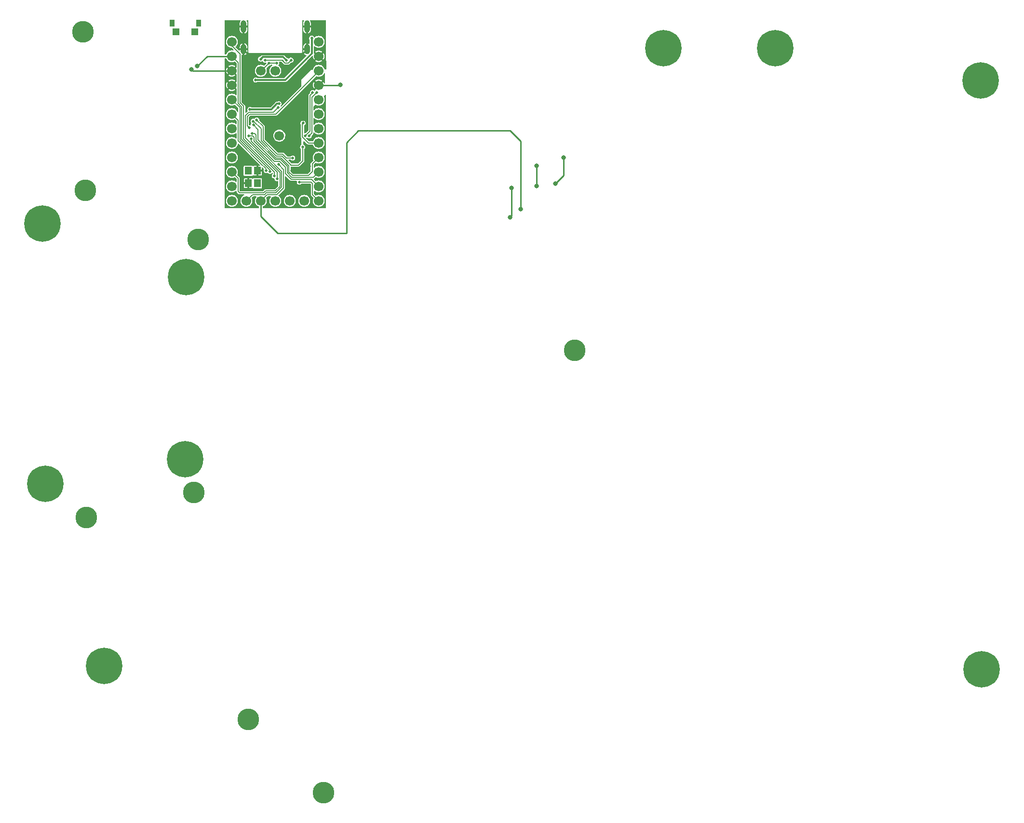
<source format=gbl>
G04 #@! TF.GenerationSoftware,KiCad,Pcbnew,(6.0.0)*
G04 #@! TF.CreationDate,2021-12-27T00:15:52+08:00*
G04 #@! TF.ProjectId,Alvaro v2,416c7661-726f-4207-9632-2e6b69636164,rev?*
G04 #@! TF.SameCoordinates,Original*
G04 #@! TF.FileFunction,Copper,L2,Bot*
G04 #@! TF.FilePolarity,Positive*
%FSLAX46Y46*%
G04 Gerber Fmt 4.6, Leading zero omitted, Abs format (unit mm)*
G04 Created by KiCad (PCBNEW (6.0.0)) date 2021-12-27 00:15:52*
%MOMM*%
%LPD*%
G01*
G04 APERTURE LIST*
G04 #@! TA.AperFunction,ComponentPad*
%ADD10O,1.000000X1.800000*%
G04 #@! TD*
G04 #@! TA.AperFunction,ComponentPad*
%ADD11O,1.000000X2.200000*%
G04 #@! TD*
G04 #@! TA.AperFunction,ComponentPad*
%ADD12C,0.800000*%
G04 #@! TD*
G04 #@! TA.AperFunction,ComponentPad*
%ADD13C,6.400000*%
G04 #@! TD*
G04 #@! TA.AperFunction,ComponentPad*
%ADD14R,1.200000X1.400000*%
G04 #@! TD*
G04 #@! TA.AperFunction,ComponentPad*
%ADD15C,1.700000*%
G04 #@! TD*
G04 #@! TA.AperFunction,ComponentPad*
%ADD16C,3.800000*%
G04 #@! TD*
G04 #@! TA.AperFunction,SMDPad,CuDef*
%ADD17R,0.900000X1.200000*%
G04 #@! TD*
G04 #@! TA.AperFunction,SMDPad,CuDef*
%ADD18R,1.150000X1.300000*%
G04 #@! TD*
G04 #@! TA.AperFunction,ViaPad*
%ADD19C,0.800000*%
G04 #@! TD*
G04 #@! TA.AperFunction,ViaPad*
%ADD20C,0.500000*%
G04 #@! TD*
G04 #@! TA.AperFunction,Conductor*
%ADD21C,0.250000*%
G04 #@! TD*
G04 #@! TA.AperFunction,Conductor*
%ADD22C,0.310000*%
G04 #@! TD*
G04 #@! TA.AperFunction,Conductor*
%ADD23C,0.160000*%
G04 #@! TD*
G04 APERTURE END LIST*
D10*
X79867000Y-20020000D03*
D11*
X68717000Y-16020000D03*
X79867000Y-16020000D03*
D10*
X68717000Y-20020000D03*
D12*
X31731394Y-48923159D03*
X31731394Y-52317271D03*
X31028450Y-50620215D03*
X35828450Y-50620215D03*
X33428450Y-53020215D03*
D13*
X33428450Y-50620215D03*
D12*
X33428450Y-48220215D03*
X35125506Y-52317271D03*
X35125506Y-48923159D03*
D14*
X71142000Y-43569000D03*
X71142000Y-41369000D03*
X69542000Y-41369000D03*
X69542000Y-43569000D03*
D15*
X79372000Y-46660000D03*
X76832000Y-46660000D03*
X74292000Y-46660000D03*
X71752000Y-46660000D03*
X69212000Y-46660000D03*
X66672000Y-46660000D03*
X66672000Y-44120000D03*
X66672000Y-41580000D03*
X66672000Y-39040000D03*
X66672000Y-36500000D03*
X66672000Y-33960000D03*
X66672000Y-31420000D03*
X66672000Y-28880000D03*
X66672000Y-26340000D03*
X66672000Y-23800000D03*
X66672000Y-21260000D03*
X66672000Y-18720000D03*
X81912000Y-18720000D03*
X81912000Y-21260000D03*
X81912000Y-23800000D03*
X81912000Y-26340000D03*
X81912000Y-28880000D03*
X81912000Y-31420000D03*
X81912000Y-33960000D03*
X81912000Y-36500000D03*
X81912000Y-39040000D03*
X81912000Y-41580000D03*
X81912000Y-44120000D03*
X81912000Y-46660000D03*
X74992000Y-35220000D03*
X71752000Y-23800000D03*
X74292000Y-23800000D03*
D12*
X60866596Y-92099365D03*
X58466596Y-89699365D03*
X56769540Y-93796421D03*
X60163652Y-90402309D03*
X58466596Y-94499365D03*
D13*
X58466596Y-92099365D03*
D12*
X56066596Y-92099365D03*
X56769540Y-90402309D03*
X60163652Y-93796421D03*
X56921523Y-61741416D03*
X56921523Y-58347304D03*
X60315635Y-58347304D03*
X61018579Y-60044360D03*
X58618579Y-62444360D03*
X56218579Y-60044360D03*
X60315635Y-61741416D03*
D13*
X58618579Y-60044360D03*
D12*
X58618579Y-57644360D03*
D16*
X69560000Y-137777500D03*
D17*
X56200000Y-15430000D03*
X60800000Y-15430000D03*
D18*
X56825000Y-16980000D03*
X60175000Y-16980000D03*
D16*
X82740000Y-150637500D03*
D12*
X35595955Y-94657980D03*
X31498899Y-96355036D03*
X32201843Y-98052092D03*
D13*
X33898899Y-96355036D03*
D12*
X33898899Y-98755036D03*
X36298899Y-96355036D03*
X35595955Y-98052092D03*
X32201843Y-94657980D03*
X33898899Y-93955036D03*
X160427944Y-21497056D03*
X164525000Y-19800000D03*
X160427944Y-18102944D03*
X163822056Y-21497056D03*
X162125000Y-17400000D03*
X159725000Y-19800000D03*
X162125000Y-22200000D03*
D13*
X162125000Y-19800000D03*
D12*
X163822056Y-18102944D03*
X41830000Y-128367500D03*
X44230000Y-130767500D03*
X42532944Y-130064556D03*
D13*
X44230000Y-128367500D03*
D12*
X45927056Y-126670444D03*
X42532944Y-126670444D03*
X46630000Y-128367500D03*
X45927056Y-130064556D03*
X44230000Y-125967500D03*
D16*
X60740000Y-53437500D03*
X40550000Y-16937500D03*
D12*
X140757944Y-18102944D03*
X142455000Y-22200000D03*
X142455000Y-17400000D03*
X144152056Y-18102944D03*
D13*
X142455000Y-19800000D03*
D12*
X140757944Y-21497056D03*
X144855000Y-19800000D03*
X144152056Y-21497056D03*
X140055000Y-19800000D03*
X199877056Y-27194556D03*
X200580000Y-25497500D03*
X199877056Y-23800444D03*
X196482944Y-23800444D03*
X195780000Y-25497500D03*
D13*
X198180000Y-25497500D03*
D12*
X198180000Y-23097500D03*
X196482944Y-27194556D03*
X198180000Y-27897500D03*
D16*
X41140000Y-102265000D03*
X40910000Y-44785000D03*
X126840000Y-72947500D03*
X59980000Y-97865000D03*
D12*
X198304500Y-126567500D03*
X200001556Y-130664556D03*
X200001556Y-127270444D03*
X196607444Y-127270444D03*
X195904500Y-128967500D03*
D13*
X198304500Y-128967500D03*
D12*
X198304500Y-131367500D03*
X196607444Y-130664556D03*
X200704500Y-128967500D03*
D19*
X85730000Y-26300000D03*
X56890000Y-16950000D03*
X60200000Y-17100000D03*
X60580000Y-23000000D03*
D20*
X74442000Y-43620000D03*
X75342000Y-28570000D03*
X67742000Y-37920000D03*
X68942000Y-27420000D03*
X79867000Y-17595000D03*
X75742000Y-24070000D03*
X68292000Y-41870000D03*
X80292000Y-40570000D03*
X68292000Y-40720000D03*
X78742000Y-21345000D03*
D19*
X123495000Y-43620000D03*
D20*
X79867000Y-18645000D03*
X80492000Y-38920000D03*
X77192000Y-41345000D03*
X68292000Y-42970000D03*
X70067000Y-23645000D03*
D19*
X59590026Y-23581974D03*
D20*
X68717000Y-23645000D03*
X68292000Y-44070000D03*
X80192000Y-44720000D03*
X77992000Y-25970000D03*
X76442000Y-44020000D03*
X81092000Y-35270000D03*
D19*
X124885000Y-39040000D03*
D20*
X68717000Y-17620000D03*
X68717000Y-18645000D03*
X69742555Y-33820555D03*
X79167484Y-32994516D03*
X70442526Y-33330000D03*
X70260156Y-34789947D03*
X69601999Y-35279999D03*
X78521687Y-43349687D03*
X79095589Y-37216411D03*
X70402002Y-32671244D03*
X72692443Y-41338853D03*
X73338580Y-41473420D03*
X74611949Y-42770000D03*
X79542000Y-35220000D03*
X80831092Y-27637942D03*
X81542000Y-27620000D03*
X80234965Y-35220000D03*
X70092000Y-35770000D03*
X74931254Y-29608452D03*
X80692000Y-18070000D03*
X70842000Y-25420000D03*
X69842000Y-30614981D03*
X72542000Y-21945020D03*
X77052184Y-21933848D03*
X76236344Y-21950656D03*
X71717000Y-21745000D03*
D19*
X120147500Y-40460000D03*
X115775000Y-44370000D03*
X115495000Y-49560000D03*
X120215000Y-44080000D03*
D20*
X74847889Y-40239111D03*
D19*
X117355000Y-48120000D03*
D20*
X79891993Y-34020000D03*
X76436943Y-30164456D03*
X69876999Y-32070000D03*
X77342000Y-39790003D03*
X74833118Y-30261118D03*
X77342000Y-39130000D03*
X71022738Y-32446992D03*
X74121949Y-42287475D03*
X73189186Y-22469999D03*
X74542000Y-22470000D03*
D21*
X85690000Y-26340000D02*
X81912000Y-26340000D01*
X85730000Y-26300000D02*
X85690000Y-26340000D01*
X62320000Y-21260000D02*
X66672000Y-21260000D01*
X60580000Y-23000000D02*
X62320000Y-21260000D01*
X71752000Y-49422000D02*
X71752000Y-46660000D01*
X74710000Y-52380000D02*
X71752000Y-49422000D01*
X86780000Y-52380000D02*
X74710000Y-52380000D01*
X88850000Y-34340000D02*
X86780000Y-36410000D01*
X117355000Y-36190000D02*
X115505000Y-34340000D01*
X115505000Y-34340000D02*
X88850000Y-34340000D01*
X117355000Y-48120000D02*
X117355000Y-36190000D01*
X86780000Y-36410000D02*
X86780000Y-52380000D01*
X124885000Y-42230000D02*
X124885000Y-39040000D01*
D22*
X79867000Y-20068557D02*
X79025547Y-20910010D01*
D21*
X123495000Y-43620000D02*
X124885000Y-42230000D01*
X59808052Y-23800000D02*
X66672000Y-23800000D01*
D22*
X69558453Y-20910010D02*
X68716400Y-20067957D01*
X79025547Y-20910010D02*
X69558453Y-20910010D01*
D21*
X59590026Y-23581974D02*
X59808052Y-23800000D01*
D22*
X68716400Y-20067957D02*
X68716400Y-15393200D01*
X79867000Y-15405900D02*
X79867000Y-20068557D01*
D23*
X74394447Y-31424991D02*
X69796806Y-31424991D01*
X81912000Y-23800000D02*
X81912000Y-23907438D01*
X69386999Y-33464999D02*
X69742555Y-33820555D01*
X69796806Y-31424991D02*
X69386998Y-31834799D01*
X81912000Y-23907438D02*
X74394447Y-31424991D01*
X69386998Y-31834799D02*
X69386999Y-33464999D01*
X79051999Y-33910001D02*
X79051999Y-33110001D01*
X79051999Y-33110001D02*
X79167484Y-32994516D01*
X81912000Y-36500000D02*
X80096798Y-36500000D01*
X80096798Y-36500000D02*
X79051999Y-35455201D01*
X79051999Y-35455201D02*
X79051999Y-33910001D01*
X75348194Y-39109090D02*
X74382588Y-39109090D01*
X80792000Y-40160000D02*
X80792000Y-41520000D01*
X76701999Y-41580201D02*
X76701999Y-40462895D01*
X80792000Y-41520000D02*
X80092334Y-42219666D01*
X71222019Y-34109493D02*
X70442526Y-33330000D01*
X77341464Y-42219666D02*
X76701999Y-41580201D01*
X80092334Y-42219666D02*
X77341464Y-42219666D01*
X76701999Y-40462895D02*
X75348194Y-39109090D01*
X71222019Y-35948521D02*
X71222019Y-34109493D01*
X81912000Y-39040000D02*
X80792000Y-40160000D01*
X74382588Y-39109090D02*
X71222019Y-35948521D01*
X80952324Y-42539676D02*
X77208911Y-42539675D01*
X81912000Y-41580000D02*
X80952324Y-42539676D01*
X76381989Y-41712753D02*
X76381989Y-40595447D01*
X70902010Y-35078248D02*
X70613709Y-34789947D01*
X76381989Y-40595447D02*
X75215642Y-39429100D01*
X70902011Y-36081075D02*
X70902010Y-35078248D01*
X77208911Y-42539675D02*
X76381989Y-41712753D01*
X75215642Y-39429100D02*
X74250036Y-39429100D01*
X70613709Y-34789947D02*
X70260156Y-34789947D01*
X74250036Y-39429100D02*
X70902011Y-36081075D01*
X69601999Y-35279999D02*
X69601999Y-35279999D01*
X80651686Y-42859686D02*
X77076358Y-42859684D01*
X81912000Y-44120000D02*
X80651686Y-42859686D01*
X70582001Y-35534799D02*
X70327201Y-35279999D01*
X77076358Y-42859684D02*
X76061979Y-41845305D01*
X70582001Y-36213627D02*
X70582001Y-35534799D01*
X76061979Y-41845305D02*
X76061979Y-40727999D01*
X75083090Y-39749110D02*
X74117484Y-39749110D01*
X70327201Y-35279999D02*
X69601999Y-35279999D01*
X76061979Y-40727999D02*
X75083090Y-39749110D01*
X74117484Y-39749110D02*
X70582001Y-36213627D01*
X80821999Y-45569999D02*
X81912000Y-46660000D01*
X78521687Y-43349687D02*
X80521687Y-43349687D01*
X80521687Y-43349687D02*
X80821999Y-43649999D01*
X80821999Y-43649999D02*
X80821999Y-45569999D01*
X75461666Y-38770000D02*
X74496060Y-38770000D01*
X77042000Y-40350334D02*
X75461666Y-38770000D01*
X77042000Y-40370000D02*
X77042000Y-40350334D01*
X71825301Y-34136699D02*
X71825301Y-33987573D01*
X74496060Y-38770000D02*
X71825301Y-36099241D01*
X71825301Y-36099241D02*
X71825301Y-34136699D01*
X71825301Y-33987573D02*
X70508972Y-32671244D01*
X78342000Y-40370000D02*
X77042000Y-40370000D01*
X79095589Y-39616411D02*
X78342000Y-40370000D01*
X79095589Y-37216411D02*
X79095589Y-39616411D01*
X70508972Y-32671244D02*
X70402002Y-32671244D01*
X72692443Y-41039441D02*
X72692443Y-41338853D01*
X71683030Y-40030028D02*
X72692443Y-41039441D01*
X67762002Y-32510002D02*
X67762003Y-36115887D01*
X71676144Y-40030028D02*
X71683030Y-40030028D01*
X67762003Y-36115887D02*
X71676144Y-40030028D01*
X66672000Y-31420000D02*
X67762002Y-32510002D01*
X73338580Y-41233016D02*
X73338580Y-41473420D01*
X71808697Y-39710019D02*
X71815583Y-39710019D01*
X71815583Y-39710019D02*
X73338580Y-41233016D01*
X68082012Y-35983334D02*
X68082012Y-30290012D01*
X68082012Y-35983334D02*
X71808697Y-39710019D01*
X68082012Y-30290012D02*
X66672000Y-28880000D01*
X74611949Y-42770000D02*
X74611949Y-41601261D01*
X72073803Y-39070001D02*
X68722031Y-35718229D01*
X74291970Y-41281282D02*
X72080689Y-39070001D01*
X66672000Y-19421532D02*
X66672000Y-18720000D01*
X68722031Y-30024907D02*
X68082010Y-29384886D01*
X68082010Y-29384886D02*
X68082010Y-20831542D01*
X68722031Y-35718229D02*
X68722031Y-30024907D01*
X74611949Y-41601261D02*
X74291970Y-41281282D01*
X68082010Y-20831542D02*
X66672000Y-19421532D01*
X72080689Y-39070001D02*
X72073803Y-39070001D01*
X80381994Y-28130006D02*
X80381994Y-28327444D01*
X80381993Y-34380007D02*
X79542000Y-35220000D01*
X80381993Y-28709993D02*
X80381993Y-34380007D01*
X80831092Y-27680908D02*
X80381994Y-28130006D01*
X80831092Y-27637942D02*
X80831092Y-27680908D01*
X80381993Y-28709993D02*
X80381994Y-28327444D01*
X80381993Y-28679975D02*
X80381993Y-28709993D01*
X80702003Y-28476795D02*
X80702003Y-34752962D01*
X80702003Y-28476795D02*
X80702003Y-28459997D01*
X80702003Y-34752962D02*
X80234965Y-35220000D01*
X80702003Y-28459997D02*
X81542000Y-27620000D01*
X75421959Y-44237479D02*
X75421959Y-41506147D01*
X72385812Y-38470000D02*
X72378926Y-38470000D01*
X70092000Y-36176188D02*
X70092000Y-35770000D01*
X70302001Y-45569999D02*
X72389439Y-45569999D01*
X74409449Y-45249989D02*
X75421959Y-44237479D01*
X72338906Y-38423094D02*
X70092000Y-36176188D01*
X69212000Y-46660000D02*
X70302001Y-45569999D01*
X75421959Y-41506147D02*
X72385812Y-38470000D01*
X72378926Y-38470000D02*
X72338906Y-38429980D01*
X72389439Y-45569999D02*
X72709449Y-45249989D01*
X72338906Y-38429980D02*
X72338906Y-38423094D01*
X72709449Y-45249989D02*
X74409449Y-45249989D01*
D22*
X80323401Y-21151401D02*
X80692000Y-20782802D01*
X74931254Y-29608452D02*
X74577701Y-29608452D01*
X70842000Y-25420000D02*
X76054802Y-25420000D01*
X76054802Y-25420000D02*
X76454802Y-25020000D01*
X74577701Y-29608452D02*
X73571172Y-30614981D01*
X80692000Y-20782802D02*
X80692000Y-18070000D01*
X73077019Y-30614981D02*
X69842000Y-30614981D01*
X80323401Y-21151401D02*
X76454802Y-25020000D01*
X73571172Y-30614981D02*
X73077019Y-30614981D01*
D23*
X77052184Y-21933848D02*
X76545375Y-22440657D01*
X76001143Y-22440657D02*
X75540484Y-21979998D01*
X76001143Y-22440657D02*
X75505506Y-21945020D01*
X76545375Y-22440657D02*
X76001143Y-22440657D01*
X75505506Y-21945020D02*
X72542000Y-21945020D01*
D22*
X75665708Y-21380020D02*
X72081980Y-21380020D01*
X76236344Y-21950656D02*
X75665708Y-21380020D01*
X72081980Y-21380020D02*
X71717000Y-21745000D01*
D21*
X120215000Y-40527500D02*
X120147500Y-40460000D01*
X115775000Y-49280000D02*
X115775000Y-44370000D01*
X120215000Y-44080000D02*
X120215000Y-40527500D01*
X115495000Y-49560000D02*
X115775000Y-49280000D01*
D23*
X74542001Y-45569999D02*
X72842001Y-45569999D01*
X74847889Y-40239111D02*
X75741969Y-41133191D01*
X75741969Y-44370031D02*
X74542001Y-45569999D01*
X75741969Y-41133191D02*
X75741969Y-44370031D01*
X72842001Y-45569999D02*
X71752000Y-46660000D01*
D22*
X78462853Y-32862945D02*
X78462853Y-38845349D01*
X77518199Y-39790003D02*
X77342000Y-39790003D01*
X75031399Y-31570000D02*
X76436943Y-30164456D01*
X76436943Y-30164456D02*
X75546388Y-31055011D01*
X78462853Y-38845349D02*
X77518199Y-39790003D01*
X79891993Y-34020000D02*
X79891993Y-32882823D01*
X70126998Y-31820001D02*
X74781398Y-31820001D01*
X79438685Y-32429515D02*
X78896283Y-32429515D01*
X74781398Y-31820001D02*
X75031399Y-31570000D01*
X78896283Y-32429515D02*
X78462853Y-32862945D01*
X69876999Y-32070000D02*
X70126998Y-31820001D01*
X79891993Y-32882823D02*
X79438685Y-32429515D01*
D23*
X69042040Y-31727195D02*
X69664254Y-31104981D01*
X73989254Y-31104982D02*
X74833118Y-30261118D01*
X72213240Y-38749990D02*
X72206354Y-38749990D01*
X74276897Y-44929979D02*
X75101949Y-44104927D01*
X69664254Y-31104981D02*
X73989254Y-31104982D01*
X75101949Y-44104927D02*
X75101949Y-41638699D01*
X68021989Y-45249989D02*
X72256887Y-45249989D01*
X72256887Y-45249989D02*
X72576897Y-44929979D01*
X72206354Y-38749990D02*
X69042040Y-35585676D01*
X69042040Y-35585676D02*
X69042040Y-31727195D01*
X72576897Y-44929979D02*
X74276897Y-44929979D01*
X67762001Y-44990001D02*
X68021989Y-45249989D01*
X66672000Y-41580000D02*
X67762001Y-42670001D01*
X75101949Y-41638699D02*
X72213240Y-38749990D01*
X67762001Y-42670001D02*
X67762001Y-44990001D01*
X74628612Y-38449990D02*
X72145311Y-35966689D01*
X72145311Y-33569565D02*
X71022738Y-32446992D01*
X72145311Y-34716689D02*
X72145311Y-33716689D01*
X72145311Y-33716689D02*
X72145311Y-33569565D01*
X75594218Y-38449990D02*
X74628612Y-38449990D01*
X76274228Y-39130000D02*
X75594218Y-38449990D01*
X72145311Y-35966689D02*
X72145311Y-34716689D01*
X77342000Y-39130000D02*
X76274228Y-39130000D01*
X67762001Y-22350001D02*
X66672000Y-21260000D01*
X68402022Y-35850782D02*
X71941250Y-39390010D01*
X71941250Y-39390010D02*
X71948136Y-39390010D01*
X67762002Y-29517440D02*
X67762001Y-22350001D01*
X68402022Y-35850782D02*
X68402022Y-30157460D01*
X71948136Y-39390010D02*
X74121949Y-41563823D01*
X74121949Y-41563823D02*
X74121949Y-42287475D01*
X68402022Y-30157460D02*
X67762002Y-29517440D01*
X71859185Y-23800000D02*
X71752000Y-23800000D01*
X74541999Y-22469999D02*
X74542000Y-22470000D01*
X73189186Y-22469999D02*
X71859185Y-23800000D01*
X73189186Y-22469999D02*
X74541999Y-22469999D01*
G04 #@! TA.AperFunction,Conductor*
G36*
X65663703Y-21603982D02*
G01*
X65687951Y-21641320D01*
X65688056Y-21641279D01*
X65688262Y-21641799D01*
X65688862Y-21642723D01*
X65689477Y-21644868D01*
X65689480Y-21644876D01*
X65690544Y-21648586D01*
X65692308Y-21652018D01*
X65692309Y-21652021D01*
X65719765Y-21705444D01*
X65784712Y-21831818D01*
X65912677Y-21993270D01*
X66069564Y-22126791D01*
X66072938Y-22128677D01*
X66072940Y-22128678D01*
X66190502Y-22194381D01*
X66249398Y-22227297D01*
X66253069Y-22228490D01*
X66253074Y-22228492D01*
X66345218Y-22258431D01*
X66445329Y-22290959D01*
X66449170Y-22291417D01*
X66646051Y-22314893D01*
X66646053Y-22314893D01*
X66649894Y-22315351D01*
X66855300Y-22299546D01*
X66884415Y-22291417D01*
X67050005Y-22245184D01*
X67050008Y-22245183D01*
X67053725Y-22244145D01*
X67084713Y-22228492D01*
X67126784Y-22207240D01*
X67139369Y-22200883D01*
X67193027Y-22194484D01*
X67230849Y-22215536D01*
X67458362Y-22443049D01*
X67481200Y-22492025D01*
X67481501Y-22498910D01*
X67481501Y-23184051D01*
X67463019Y-23234831D01*
X67458362Y-23239912D01*
X66908125Y-23790149D01*
X66903325Y-23800443D01*
X66905011Y-23806737D01*
X67458362Y-24360088D01*
X67481200Y-24409064D01*
X67481501Y-24415949D01*
X67481502Y-25325542D01*
X67481502Y-25724050D01*
X67463020Y-25774830D01*
X67458363Y-25779911D01*
X66908125Y-26330149D01*
X66903325Y-26340443D01*
X66905011Y-26346737D01*
X67458363Y-26900089D01*
X67481201Y-26949065D01*
X67481502Y-26955950D01*
X67481502Y-28018358D01*
X67463020Y-28069138D01*
X67416220Y-28096158D01*
X67363002Y-28086774D01*
X67352145Y-28079229D01*
X67265250Y-28007343D01*
X67265249Y-28007342D01*
X67262275Y-28004882D01*
X67258874Y-28003043D01*
X67084451Y-27908733D01*
X67084449Y-27908732D01*
X67081055Y-27906897D01*
X66884254Y-27845977D01*
X66679369Y-27824443D01*
X66675523Y-27824793D01*
X66675522Y-27824793D01*
X66625417Y-27829353D01*
X66474203Y-27843114D01*
X66276572Y-27901280D01*
X66094002Y-27996726D01*
X66090993Y-27999146D01*
X66090992Y-27999146D01*
X65972260Y-28094609D01*
X65933447Y-28125815D01*
X65930961Y-28128778D01*
X65803513Y-28280663D01*
X65803510Y-28280667D01*
X65801024Y-28283630D01*
X65799159Y-28287023D01*
X65799158Y-28287024D01*
X65790195Y-28303328D01*
X65701776Y-28464162D01*
X65639484Y-28660532D01*
X65616520Y-28865262D01*
X65633759Y-29070553D01*
X65634821Y-29074257D01*
X65634822Y-29074262D01*
X65689480Y-29264876D01*
X65690544Y-29268586D01*
X65784712Y-29451818D01*
X65912677Y-29613270D01*
X65916496Y-29616520D01*
X66063089Y-29741280D01*
X66069564Y-29746791D01*
X66072938Y-29748677D01*
X66072940Y-29748678D01*
X66130849Y-29781042D01*
X66249398Y-29847297D01*
X66253069Y-29848490D01*
X66253074Y-29848492D01*
X66379299Y-29889504D01*
X66445329Y-29910959D01*
X66449170Y-29911417D01*
X66646051Y-29934893D01*
X66646053Y-29934893D01*
X66649894Y-29935351D01*
X66855300Y-29919546D01*
X66859018Y-29918508D01*
X67050005Y-29865184D01*
X67050008Y-29865183D01*
X67053725Y-29864145D01*
X67058758Y-29861603D01*
X67110361Y-29835536D01*
X67139369Y-29820883D01*
X67193027Y-29814484D01*
X67230849Y-29835536D01*
X67778373Y-30383060D01*
X67801211Y-30432036D01*
X67801512Y-30438921D01*
X67801512Y-30992365D01*
X67783030Y-31043145D01*
X67736230Y-31070165D01*
X67683012Y-31060781D01*
X67649473Y-31022469D01*
X67649051Y-31021444D01*
X67647935Y-31017749D01*
X67551218Y-30835849D01*
X67544021Y-30827024D01*
X67462527Y-30727103D01*
X67421011Y-30676200D01*
X67412040Y-30668778D01*
X67265250Y-30547343D01*
X67265249Y-30547342D01*
X67262275Y-30544882D01*
X67258874Y-30543043D01*
X67084451Y-30448733D01*
X67084449Y-30448732D01*
X67081055Y-30446897D01*
X66884254Y-30385977D01*
X66679369Y-30364443D01*
X66675523Y-30364793D01*
X66675522Y-30364793D01*
X66625417Y-30369353D01*
X66474203Y-30383114D01*
X66276572Y-30441280D01*
X66094002Y-30536726D01*
X65933447Y-30665815D01*
X65901958Y-30703342D01*
X65803513Y-30820663D01*
X65803510Y-30820667D01*
X65801024Y-30823630D01*
X65799159Y-30827023D01*
X65799158Y-30827024D01*
X65792433Y-30839257D01*
X65701776Y-31004162D01*
X65639484Y-31200532D01*
X65616520Y-31405262D01*
X65633759Y-31610553D01*
X65634821Y-31614257D01*
X65634822Y-31614262D01*
X65677293Y-31762374D01*
X65690544Y-31808586D01*
X65784712Y-31991818D01*
X65912677Y-32153270D01*
X66069564Y-32286791D01*
X66072938Y-32288677D01*
X66072940Y-32288678D01*
X66127644Y-32319251D01*
X66249398Y-32387297D01*
X66253069Y-32388490D01*
X66253074Y-32388492D01*
X66379299Y-32429504D01*
X66445329Y-32450959D01*
X66449170Y-32451417D01*
X66646051Y-32474893D01*
X66646053Y-32474893D01*
X66649894Y-32475351D01*
X66855300Y-32459546D01*
X66884415Y-32451417D01*
X67050005Y-32405184D01*
X67050008Y-32405183D01*
X67053725Y-32404145D01*
X67084713Y-32388492D01*
X67110361Y-32375536D01*
X67139369Y-32360883D01*
X67193027Y-32354484D01*
X67230849Y-32375536D01*
X67458363Y-32603050D01*
X67481201Y-32652026D01*
X67481502Y-32658911D01*
X67481502Y-33098358D01*
X67463020Y-33149138D01*
X67416220Y-33176158D01*
X67363002Y-33166774D01*
X67352145Y-33159229D01*
X67265250Y-33087343D01*
X67265249Y-33087342D01*
X67262275Y-33084882D01*
X67253472Y-33080122D01*
X67084451Y-32988733D01*
X67084449Y-32988732D01*
X67081055Y-32986897D01*
X66884254Y-32925977D01*
X66679369Y-32904443D01*
X66675523Y-32904793D01*
X66675522Y-32904793D01*
X66625417Y-32909353D01*
X66474203Y-32923114D01*
X66276572Y-32981280D01*
X66094002Y-33076726D01*
X66090993Y-33079146D01*
X66090992Y-33079146D01*
X65991389Y-33159229D01*
X65933447Y-33205815D01*
X65901958Y-33243342D01*
X65803513Y-33360663D01*
X65803510Y-33360667D01*
X65801024Y-33363630D01*
X65799159Y-33367023D01*
X65799158Y-33367024D01*
X65722299Y-33506830D01*
X65701776Y-33544162D01*
X65700607Y-33547847D01*
X65692071Y-33574757D01*
X65639484Y-33740532D01*
X65616520Y-33945262D01*
X65633759Y-34150553D01*
X65634821Y-34154257D01*
X65634822Y-34154262D01*
X65688028Y-34339813D01*
X65690544Y-34348586D01*
X65784712Y-34531818D01*
X65912677Y-34693270D01*
X66007538Y-34774003D01*
X66062901Y-34821120D01*
X66069564Y-34826791D01*
X66072938Y-34828677D01*
X66072940Y-34828678D01*
X66137104Y-34864538D01*
X66249398Y-34927297D01*
X66253069Y-34928490D01*
X66253074Y-34928492D01*
X66379299Y-34969504D01*
X66445329Y-34990959D01*
X66449170Y-34991417D01*
X66646051Y-35014893D01*
X66646053Y-35014893D01*
X66649894Y-35015351D01*
X66855300Y-34999546D01*
X67053725Y-34944145D01*
X67174611Y-34883081D01*
X67234156Y-34853003D01*
X67234158Y-34853002D01*
X67237610Y-34851258D01*
X67353867Y-34760429D01*
X67405260Y-34743730D01*
X67455364Y-34763974D01*
X67480734Y-34811687D01*
X67481503Y-34822682D01*
X67481503Y-35638359D01*
X67463021Y-35689139D01*
X67416221Y-35716159D01*
X67363003Y-35706775D01*
X67352146Y-35699229D01*
X67265257Y-35627348D01*
X67265250Y-35627343D01*
X67262275Y-35624882D01*
X67258874Y-35623043D01*
X67084451Y-35528733D01*
X67084449Y-35528732D01*
X67081055Y-35526897D01*
X66884254Y-35465977D01*
X66679369Y-35444443D01*
X66675523Y-35444793D01*
X66675522Y-35444793D01*
X66625417Y-35449353D01*
X66474203Y-35463114D01*
X66470496Y-35464205D01*
X66452696Y-35469444D01*
X66276572Y-35521280D01*
X66094002Y-35616726D01*
X66090993Y-35619146D01*
X66090992Y-35619146D01*
X65991389Y-35699229D01*
X65933447Y-35745815D01*
X65917819Y-35764440D01*
X65803513Y-35900663D01*
X65803510Y-35900667D01*
X65801024Y-35903630D01*
X65799159Y-35907023D01*
X65799158Y-35907024D01*
X65792433Y-35919257D01*
X65701776Y-36084162D01*
X65639484Y-36280532D01*
X65616520Y-36485262D01*
X65616843Y-36489108D01*
X65632149Y-36671375D01*
X65633759Y-36690553D01*
X65634821Y-36694257D01*
X65634822Y-36694262D01*
X65687423Y-36877702D01*
X65690544Y-36888586D01*
X65784712Y-37071818D01*
X65912677Y-37233270D01*
X66069564Y-37366791D01*
X66072938Y-37368677D01*
X66072940Y-37368678D01*
X66239412Y-37461716D01*
X66249398Y-37467297D01*
X66253069Y-37468490D01*
X66253074Y-37468492D01*
X66379299Y-37509504D01*
X66445329Y-37530959D01*
X66449170Y-37531417D01*
X66646051Y-37554893D01*
X66646053Y-37554893D01*
X66649894Y-37555351D01*
X66855300Y-37539546D01*
X67053725Y-37484145D01*
X67152167Y-37434418D01*
X67234156Y-37393003D01*
X67234158Y-37393002D01*
X67237610Y-37391258D01*
X67399951Y-37264424D01*
X67534564Y-37108472D01*
X67536470Y-37105116D01*
X67536474Y-37105111D01*
X67634414Y-36932704D01*
X67636323Y-36929344D01*
X67648740Y-36892018D01*
X67700130Y-36737535D01*
X67700131Y-36737530D01*
X67701351Y-36733863D01*
X67712763Y-36643530D01*
X67737463Y-36595468D01*
X67787279Y-36574526D01*
X67838902Y-36590506D01*
X67847000Y-36597571D01*
X71442075Y-40192646D01*
X71445076Y-40196123D01*
X71447053Y-40200166D01*
X71452401Y-40205127D01*
X71481101Y-40231750D01*
X71483236Y-40233807D01*
X71496249Y-40246820D01*
X71499252Y-40248879D01*
X71500616Y-40250013D01*
X71503853Y-40252856D01*
X71518311Y-40266268D01*
X71518314Y-40266270D01*
X71523662Y-40271231D01*
X71527117Y-40272609D01*
X71536144Y-40279829D01*
X71630454Y-40374139D01*
X71653292Y-40423115D01*
X71639306Y-40475313D01*
X71595040Y-40506308D01*
X71574593Y-40509000D01*
X71315930Y-40509000D01*
X71305259Y-40512884D01*
X71302000Y-40518528D01*
X71302000Y-41195070D01*
X71305884Y-41205741D01*
X71311528Y-41209000D01*
X71888069Y-41209000D01*
X71898740Y-41205116D01*
X71901999Y-41199472D01*
X71901999Y-40836406D01*
X71920481Y-40785626D01*
X71967281Y-40758606D01*
X72020499Y-40767990D01*
X72036860Y-40780545D01*
X72283439Y-41027124D01*
X72306277Y-41076100D01*
X72299089Y-41116557D01*
X72257197Y-41205785D01*
X72237344Y-41333293D01*
X72238074Y-41338874D01*
X72246566Y-41403813D01*
X72254076Y-41461247D01*
X72306048Y-41579363D01*
X72389082Y-41678144D01*
X72393768Y-41681263D01*
X72491821Y-41746533D01*
X72491824Y-41746534D01*
X72496503Y-41749649D01*
X72619676Y-41788131D01*
X72684187Y-41789314D01*
X72743072Y-41790393D01*
X72743073Y-41790393D01*
X72748698Y-41790496D01*
X72754125Y-41789016D01*
X72754128Y-41789016D01*
X72835950Y-41766708D01*
X72873198Y-41756553D01*
X72877993Y-41753609D01*
X72877995Y-41753608D01*
X72890918Y-41745673D01*
X72943863Y-41734852D01*
X72992728Y-41762162D01*
X73002899Y-41774262D01*
X73035219Y-41812711D01*
X73051576Y-41823599D01*
X73137958Y-41881100D01*
X73137961Y-41881101D01*
X73142640Y-41884216D01*
X73265813Y-41922698D01*
X73330324Y-41923881D01*
X73389209Y-41924960D01*
X73389210Y-41924960D01*
X73394835Y-41925063D01*
X73400262Y-41923583D01*
X73400265Y-41923583D01*
X73462688Y-41906564D01*
X73519335Y-41891120D01*
X73530580Y-41884216D01*
X73624511Y-41826542D01*
X73629304Y-41823599D01*
X73633077Y-41819431D01*
X73633079Y-41819429D01*
X73703879Y-41741210D01*
X73751659Y-41715965D01*
X73804488Y-41727339D01*
X73837646Y-41770010D01*
X73841449Y-41794225D01*
X73841449Y-41894587D01*
X73821662Y-41946882D01*
X73741545Y-42037597D01*
X73739154Y-42042689D01*
X73739153Y-42042691D01*
X73711990Y-42100547D01*
X73686703Y-42154407D01*
X73666850Y-42281915D01*
X73667580Y-42287496D01*
X73681403Y-42393204D01*
X73683582Y-42409869D01*
X73735554Y-42527985D01*
X73739176Y-42532294D01*
X73805301Y-42610959D01*
X73818588Y-42626766D01*
X73836794Y-42638885D01*
X73921327Y-42695155D01*
X73921330Y-42695156D01*
X73926009Y-42698271D01*
X74049182Y-42736753D01*
X74085421Y-42737417D01*
X74135853Y-42756827D01*
X74162306Y-42806160D01*
X74173582Y-42892394D01*
X74175847Y-42897541D01*
X74175847Y-42897542D01*
X74187775Y-42924649D01*
X74225554Y-43010510D01*
X74229176Y-43014819D01*
X74301524Y-43100887D01*
X74308588Y-43109291D01*
X74336519Y-43127883D01*
X74411327Y-43177680D01*
X74411330Y-43177681D01*
X74416009Y-43180796D01*
X74539182Y-43219278D01*
X74603693Y-43220461D01*
X74662578Y-43221540D01*
X74662579Y-43221540D01*
X74668204Y-43221643D01*
X74676884Y-43219276D01*
X74721670Y-43207067D01*
X74775523Y-43211542D01*
X74813901Y-43249586D01*
X74821449Y-43283285D01*
X74821449Y-43956018D01*
X74802967Y-44006798D01*
X74798310Y-44011879D01*
X74183849Y-44626340D01*
X74134873Y-44649178D01*
X74127988Y-44649479D01*
X72627411Y-44649479D01*
X72622840Y-44649143D01*
X72618583Y-44647682D01*
X72572206Y-44649423D01*
X72569242Y-44649479D01*
X72550807Y-44649479D01*
X72547235Y-44650144D01*
X72545427Y-44650311D01*
X72541134Y-44650589D01*
X72521451Y-44651328D01*
X72521449Y-44651328D01*
X72514161Y-44651602D01*
X72502919Y-44656432D01*
X72486197Y-44661512D01*
X72481340Y-44662416D01*
X72481337Y-44662417D01*
X72474169Y-44663752D01*
X72452171Y-44677312D01*
X72441900Y-44682647D01*
X72418153Y-44692850D01*
X72413592Y-44696597D01*
X72408411Y-44701778D01*
X72394007Y-44713165D01*
X72385215Y-44718584D01*
X72380800Y-44724390D01*
X72368171Y-44740998D01*
X72361148Y-44749041D01*
X72163839Y-44946350D01*
X72114863Y-44969188D01*
X72107978Y-44969489D01*
X68170898Y-44969489D01*
X68120118Y-44951007D01*
X68115037Y-44946350D01*
X68065640Y-44896953D01*
X68042802Y-44847977D01*
X68042501Y-44841092D01*
X68042501Y-44280883D01*
X68782001Y-44280883D01*
X68782758Y-44288565D01*
X68789765Y-44323797D01*
X68795606Y-44337899D01*
X68822325Y-44377887D01*
X68833113Y-44388675D01*
X68873103Y-44415395D01*
X68887201Y-44421235D01*
X68922428Y-44428242D01*
X68930125Y-44429000D01*
X69368070Y-44429000D01*
X69378741Y-44425116D01*
X69382000Y-44419472D01*
X69382000Y-44415069D01*
X69702000Y-44415069D01*
X69705884Y-44425740D01*
X69711528Y-44428999D01*
X70153883Y-44428999D01*
X70161565Y-44428242D01*
X70196797Y-44421235D01*
X70210899Y-44415394D01*
X70250887Y-44388675D01*
X70260712Y-44378850D01*
X70309688Y-44356012D01*
X70361886Y-44369998D01*
X70382259Y-44390821D01*
X70384392Y-44394012D01*
X70397448Y-44413552D01*
X70403913Y-44417872D01*
X70457300Y-44453545D01*
X70457302Y-44453546D01*
X70463769Y-44457867D01*
X70476966Y-44460492D01*
X70518440Y-44468742D01*
X70518443Y-44468742D01*
X70522252Y-44469500D01*
X71761748Y-44469500D01*
X71765557Y-44468742D01*
X71765560Y-44468742D01*
X71807034Y-44460492D01*
X71820231Y-44457867D01*
X71826698Y-44453546D01*
X71826700Y-44453545D01*
X71880087Y-44417872D01*
X71886552Y-44413552D01*
X71893597Y-44403009D01*
X71926545Y-44353700D01*
X71926546Y-44353698D01*
X71930867Y-44347231D01*
X71942500Y-44288748D01*
X71942500Y-42849252D01*
X71930867Y-42790769D01*
X71926546Y-42784302D01*
X71926545Y-42784300D01*
X71890872Y-42730913D01*
X71886552Y-42724448D01*
X71877692Y-42718528D01*
X71826700Y-42684455D01*
X71826698Y-42684454D01*
X71820231Y-42680133D01*
X71799306Y-42675971D01*
X71765560Y-42669258D01*
X71765557Y-42669258D01*
X71761748Y-42668500D01*
X70522252Y-42668500D01*
X70518443Y-42669258D01*
X70518440Y-42669258D01*
X70484694Y-42675971D01*
X70463769Y-42680133D01*
X70457302Y-42684454D01*
X70457300Y-42684455D01*
X70406308Y-42718528D01*
X70397448Y-42724448D01*
X70393128Y-42730913D01*
X70393127Y-42730914D01*
X70382259Y-42747179D01*
X70338680Y-42779133D01*
X70284756Y-42775599D01*
X70260712Y-42759150D01*
X70250887Y-42749325D01*
X70210897Y-42722605D01*
X70196799Y-42716765D01*
X70161572Y-42709758D01*
X70153875Y-42709000D01*
X69715930Y-42709000D01*
X69705259Y-42712884D01*
X69702000Y-42718528D01*
X69702000Y-44415069D01*
X69382000Y-44415069D01*
X69382000Y-43742930D01*
X69378116Y-43732259D01*
X69372472Y-43729000D01*
X68795931Y-43729000D01*
X68785260Y-43732884D01*
X68782001Y-43738528D01*
X68782001Y-44280883D01*
X68042501Y-44280883D01*
X68042501Y-43395070D01*
X68782000Y-43395070D01*
X68785884Y-43405741D01*
X68791528Y-43409000D01*
X69368070Y-43409000D01*
X69378741Y-43405116D01*
X69382000Y-43399472D01*
X69382000Y-42722931D01*
X69378116Y-42712260D01*
X69372472Y-42709001D01*
X68930117Y-42709001D01*
X68922435Y-42709758D01*
X68887203Y-42716765D01*
X68873101Y-42722606D01*
X68833113Y-42749325D01*
X68822325Y-42760113D01*
X68795605Y-42800103D01*
X68789765Y-42814201D01*
X68782758Y-42849428D01*
X68782000Y-42857125D01*
X68782000Y-43395070D01*
X68042501Y-43395070D01*
X68042501Y-42720515D01*
X68042837Y-42715944D01*
X68044298Y-42711687D01*
X68042557Y-42665309D01*
X68042501Y-42662346D01*
X68042501Y-42643911D01*
X68041835Y-42640335D01*
X68041669Y-42638537D01*
X68041390Y-42634235D01*
X68040652Y-42614553D01*
X68040651Y-42614551D01*
X68040378Y-42607266D01*
X68035547Y-42596020D01*
X68030470Y-42579310D01*
X68028228Y-42567273D01*
X68016652Y-42548492D01*
X68014663Y-42545266D01*
X68009335Y-42535011D01*
X67999130Y-42511258D01*
X67995384Y-42506697D01*
X67990202Y-42501515D01*
X67978815Y-42487111D01*
X67973396Y-42478319D01*
X67950982Y-42461275D01*
X67942939Y-42454252D01*
X67628778Y-42140091D01*
X67605940Y-42091115D01*
X67606456Y-42088748D01*
X68741500Y-42088748D01*
X68753133Y-42147231D01*
X68757454Y-42153698D01*
X68757455Y-42153700D01*
X68790051Y-42202482D01*
X68797448Y-42213552D01*
X68803913Y-42217872D01*
X68857300Y-42253545D01*
X68857302Y-42253546D01*
X68863769Y-42257867D01*
X68884694Y-42262029D01*
X68918440Y-42268742D01*
X68918443Y-42268742D01*
X68922252Y-42269500D01*
X70161748Y-42269500D01*
X70165557Y-42268742D01*
X70165560Y-42268742D01*
X70199306Y-42262029D01*
X70220231Y-42257867D01*
X70226698Y-42253546D01*
X70226700Y-42253545D01*
X70280087Y-42217872D01*
X70286552Y-42213552D01*
X70299688Y-42193894D01*
X70301741Y-42190821D01*
X70345320Y-42158867D01*
X70399244Y-42162401D01*
X70423288Y-42178850D01*
X70433113Y-42188675D01*
X70473103Y-42215395D01*
X70487201Y-42221235D01*
X70522428Y-42228242D01*
X70530125Y-42229000D01*
X70968070Y-42229000D01*
X70978741Y-42225116D01*
X70982000Y-42219472D01*
X70982000Y-42215069D01*
X71302000Y-42215069D01*
X71305884Y-42225740D01*
X71311528Y-42228999D01*
X71753883Y-42228999D01*
X71761565Y-42228242D01*
X71796797Y-42221235D01*
X71810899Y-42215394D01*
X71850887Y-42188675D01*
X71861675Y-42177887D01*
X71888395Y-42137897D01*
X71894235Y-42123799D01*
X71901242Y-42088572D01*
X71902000Y-42080875D01*
X71902000Y-41542930D01*
X71898116Y-41532259D01*
X71892472Y-41529000D01*
X71315930Y-41529000D01*
X71305259Y-41532884D01*
X71302000Y-41538528D01*
X71302000Y-42215069D01*
X70982000Y-42215069D01*
X70982000Y-40522931D01*
X70978116Y-40512260D01*
X70972472Y-40509001D01*
X70530117Y-40509001D01*
X70522435Y-40509758D01*
X70487203Y-40516765D01*
X70473101Y-40522606D01*
X70433113Y-40549325D01*
X70423288Y-40559150D01*
X70374312Y-40581988D01*
X70322114Y-40568002D01*
X70301741Y-40547179D01*
X70290873Y-40530914D01*
X70290872Y-40530913D01*
X70286552Y-40524448D01*
X70268312Y-40512260D01*
X70226700Y-40484455D01*
X70226698Y-40484454D01*
X70220231Y-40480133D01*
X70195999Y-40475313D01*
X70165560Y-40469258D01*
X70165557Y-40469258D01*
X70161748Y-40468500D01*
X68922252Y-40468500D01*
X68918443Y-40469258D01*
X68918440Y-40469258D01*
X68888001Y-40475313D01*
X68863769Y-40480133D01*
X68857302Y-40484454D01*
X68857300Y-40484455D01*
X68815688Y-40512260D01*
X68797448Y-40524448D01*
X68793128Y-40530913D01*
X68757455Y-40584300D01*
X68757454Y-40584302D01*
X68753133Y-40590769D01*
X68741500Y-40649252D01*
X68741500Y-42088748D01*
X67606456Y-42088748D01*
X67615949Y-42045209D01*
X67634414Y-42012705D01*
X67634415Y-42012702D01*
X67636323Y-42009344D01*
X67648740Y-41972018D01*
X67700130Y-41817535D01*
X67700131Y-41817530D01*
X67701351Y-41813863D01*
X67727171Y-41609474D01*
X67727583Y-41580000D01*
X67715392Y-41455668D01*
X67707857Y-41378812D01*
X67707856Y-41378809D01*
X67707480Y-41374970D01*
X67647935Y-41177749D01*
X67551218Y-40995849D01*
X67544021Y-40987024D01*
X67423451Y-40839192D01*
X67421011Y-40836200D01*
X67412040Y-40828778D01*
X67265250Y-40707343D01*
X67265249Y-40707342D01*
X67262275Y-40704882D01*
X67251674Y-40699150D01*
X67084451Y-40608733D01*
X67084449Y-40608732D01*
X67081055Y-40606897D01*
X66884254Y-40545977D01*
X66679369Y-40524443D01*
X66675523Y-40524793D01*
X66675522Y-40524793D01*
X66625417Y-40529353D01*
X66474203Y-40543114D01*
X66470496Y-40544205D01*
X66287034Y-40598201D01*
X66276572Y-40601280D01*
X66094002Y-40696726D01*
X65933447Y-40825815D01*
X65893067Y-40873938D01*
X65803513Y-40980663D01*
X65803510Y-40980667D01*
X65801024Y-40983630D01*
X65799159Y-40987023D01*
X65799158Y-40987024D01*
X65792433Y-40999257D01*
X65701776Y-41164162D01*
X65639484Y-41360532D01*
X65616520Y-41565262D01*
X65616843Y-41569108D01*
X65630180Y-41727927D01*
X65633759Y-41770553D01*
X65634821Y-41774257D01*
X65634822Y-41774262D01*
X65689480Y-41964876D01*
X65690544Y-41968586D01*
X65784712Y-42151818D01*
X65912677Y-42313270D01*
X66069564Y-42446791D01*
X66072938Y-42448677D01*
X66072940Y-42448678D01*
X66156001Y-42495099D01*
X66249398Y-42547297D01*
X66253069Y-42548490D01*
X66253074Y-42548492D01*
X66374509Y-42587948D01*
X66445329Y-42610959D01*
X66449170Y-42611417D01*
X66646051Y-42634893D01*
X66646053Y-42634893D01*
X66649894Y-42635351D01*
X66855300Y-42619546D01*
X66884415Y-42611417D01*
X67050005Y-42565184D01*
X67050008Y-42565183D01*
X67053725Y-42564145D01*
X67059829Y-42561062D01*
X67125309Y-42527985D01*
X67139369Y-42520883D01*
X67193027Y-42514484D01*
X67230849Y-42535536D01*
X67458362Y-42763049D01*
X67481200Y-42812025D01*
X67481501Y-42818910D01*
X67481501Y-43258357D01*
X67463019Y-43309137D01*
X67416219Y-43336157D01*
X67363001Y-43326773D01*
X67352145Y-43319228D01*
X67265255Y-43247347D01*
X67265253Y-43247346D01*
X67262275Y-43244882D01*
X67258874Y-43243043D01*
X67084451Y-43148733D01*
X67084449Y-43148732D01*
X67081055Y-43146897D01*
X66884254Y-43085977D01*
X66679369Y-43064443D01*
X66675523Y-43064793D01*
X66675522Y-43064793D01*
X66625417Y-43069353D01*
X66474203Y-43083114D01*
X66470496Y-43084205D01*
X66280738Y-43140054D01*
X66276572Y-43141280D01*
X66094002Y-43236726D01*
X66090993Y-43239146D01*
X66090992Y-43239146D01*
X65960422Y-43344127D01*
X65933447Y-43365815D01*
X65908899Y-43395070D01*
X65803513Y-43520663D01*
X65803510Y-43520667D01*
X65801024Y-43523630D01*
X65799159Y-43527023D01*
X65799158Y-43527024D01*
X65762060Y-43594506D01*
X65701776Y-43704162D01*
X65639484Y-43900532D01*
X65616520Y-44105262D01*
X65616843Y-44109108D01*
X65631913Y-44288565D01*
X65633759Y-44310553D01*
X65634821Y-44314257D01*
X65634822Y-44314262D01*
X65689480Y-44504876D01*
X65690544Y-44508586D01*
X65784712Y-44691818D01*
X65912677Y-44853270D01*
X65971976Y-44903737D01*
X66063391Y-44981537D01*
X66069564Y-44986791D01*
X66072938Y-44988677D01*
X66072940Y-44988678D01*
X66121990Y-45016091D01*
X66249398Y-45087297D01*
X66253069Y-45088490D01*
X66253074Y-45088492D01*
X66365451Y-45125005D01*
X66445329Y-45150959D01*
X66449170Y-45151417D01*
X66646051Y-45174893D01*
X66646053Y-45174893D01*
X66649894Y-45175351D01*
X66855300Y-45159546D01*
X67053725Y-45104145D01*
X67217410Y-45021462D01*
X67234156Y-45013003D01*
X67234158Y-45013002D01*
X67237610Y-45011258D01*
X67353318Y-44920858D01*
X67404711Y-44904159D01*
X67454815Y-44924403D01*
X67480185Y-44972116D01*
X67480898Y-44980145D01*
X67481445Y-44994705D01*
X67481501Y-44997671D01*
X67481501Y-45016091D01*
X67482167Y-45019668D01*
X67482333Y-45021462D01*
X67482611Y-45025758D01*
X67483624Y-45052736D01*
X67486504Y-45059439D01*
X67488455Y-45063981D01*
X67493532Y-45080692D01*
X67495774Y-45092729D01*
X67499601Y-45098938D01*
X67499602Y-45098940D01*
X67509339Y-45114736D01*
X67514667Y-45124991D01*
X67524872Y-45148744D01*
X67528618Y-45153305D01*
X67533800Y-45158487D01*
X67545187Y-45172891D01*
X67550606Y-45181683D01*
X67556412Y-45186098D01*
X67573020Y-45198727D01*
X67581063Y-45205750D01*
X67787920Y-45412607D01*
X67790921Y-45416084D01*
X67792898Y-45420127D01*
X67798246Y-45425088D01*
X67826946Y-45451711D01*
X67829081Y-45453768D01*
X67842094Y-45466781D01*
X67845096Y-45468841D01*
X67846466Y-45469979D01*
X67849699Y-45472818D01*
X67869507Y-45491192D01*
X67880875Y-45495727D01*
X67896284Y-45503955D01*
X67906378Y-45510880D01*
X67931529Y-45516849D01*
X67942558Y-45520336D01*
X67966562Y-45529913D01*
X67972436Y-45530489D01*
X67979763Y-45530489D01*
X67998005Y-45532624D01*
X68008050Y-45535008D01*
X68015280Y-45534024D01*
X68015281Y-45534024D01*
X68035950Y-45531211D01*
X68046603Y-45530489D01*
X68784379Y-45530489D01*
X68835159Y-45548971D01*
X68862179Y-45595771D01*
X68852795Y-45648989D01*
X68816284Y-45680728D01*
X68816572Y-45681280D01*
X68634002Y-45776726D01*
X68630993Y-45779146D01*
X68630992Y-45779146D01*
X68542247Y-45850499D01*
X68473447Y-45905815D01*
X68433067Y-45953938D01*
X68343513Y-46060663D01*
X68343510Y-46060667D01*
X68341024Y-46063630D01*
X68339159Y-46067023D01*
X68339158Y-46067024D01*
X68332433Y-46079257D01*
X68241776Y-46244162D01*
X68179484Y-46440532D01*
X68156520Y-46645262D01*
X68173759Y-46850553D01*
X68174821Y-46854257D01*
X68174822Y-46854262D01*
X68229480Y-47044876D01*
X68230544Y-47048586D01*
X68324712Y-47231818D01*
X68452677Y-47393270D01*
X68609564Y-47526791D01*
X68612938Y-47528677D01*
X68612940Y-47528678D01*
X68779412Y-47621716D01*
X68789398Y-47627297D01*
X68793069Y-47628490D01*
X68793074Y-47628492D01*
X68919299Y-47669504D01*
X68985329Y-47690959D01*
X68989170Y-47691417D01*
X69186051Y-47714893D01*
X69186053Y-47714893D01*
X69189894Y-47715351D01*
X69395300Y-47699546D01*
X69593725Y-47644145D01*
X69692167Y-47594418D01*
X69774156Y-47553003D01*
X69774158Y-47553002D01*
X69777610Y-47551258D01*
X69939951Y-47424424D01*
X70074564Y-47268472D01*
X70076470Y-47265116D01*
X70076474Y-47265111D01*
X70174414Y-47092704D01*
X70176323Y-47089344D01*
X70188740Y-47052018D01*
X70240130Y-46897535D01*
X70240131Y-46897530D01*
X70241351Y-46893863D01*
X70267171Y-46689474D01*
X70267583Y-46660000D01*
X70247480Y-46454970D01*
X70187935Y-46257749D01*
X70186123Y-46254341D01*
X70186123Y-46254340D01*
X70153937Y-46193807D01*
X70146416Y-46140293D01*
X70167829Y-46100858D01*
X70395049Y-45873638D01*
X70444025Y-45850800D01*
X70450910Y-45850499D01*
X70890447Y-45850499D01*
X70941227Y-45868981D01*
X70968247Y-45915781D01*
X70958863Y-45968999D01*
X70950964Y-45980279D01*
X70883513Y-46060663D01*
X70883510Y-46060667D01*
X70881024Y-46063630D01*
X70879159Y-46067023D01*
X70879158Y-46067024D01*
X70872433Y-46079257D01*
X70781776Y-46244162D01*
X70719484Y-46440532D01*
X70696520Y-46645262D01*
X70713759Y-46850553D01*
X70714821Y-46854257D01*
X70714822Y-46854262D01*
X70769480Y-47044876D01*
X70770544Y-47048586D01*
X70864712Y-47231818D01*
X70992677Y-47393270D01*
X71149564Y-47526791D01*
X71329398Y-47627297D01*
X71333063Y-47628488D01*
X71333068Y-47628490D01*
X71371911Y-47641110D01*
X71414495Y-47674379D01*
X71426500Y-47716244D01*
X71426500Y-47851000D01*
X71408018Y-47901780D01*
X71361218Y-47928800D01*
X71347500Y-47930000D01*
X65481000Y-47930000D01*
X65430220Y-47911518D01*
X65403200Y-47864718D01*
X65402000Y-47851000D01*
X65402000Y-46645262D01*
X65616520Y-46645262D01*
X65633759Y-46850553D01*
X65634821Y-46854257D01*
X65634822Y-46854262D01*
X65689480Y-47044876D01*
X65690544Y-47048586D01*
X65784712Y-47231818D01*
X65912677Y-47393270D01*
X66069564Y-47526791D01*
X66072938Y-47528677D01*
X66072940Y-47528678D01*
X66239412Y-47621716D01*
X66249398Y-47627297D01*
X66253069Y-47628490D01*
X66253074Y-47628492D01*
X66379299Y-47669504D01*
X66445329Y-47690959D01*
X66449170Y-47691417D01*
X66646051Y-47714893D01*
X66646053Y-47714893D01*
X66649894Y-47715351D01*
X66855300Y-47699546D01*
X67053725Y-47644145D01*
X67152167Y-47594418D01*
X67234156Y-47553003D01*
X67234158Y-47553002D01*
X67237610Y-47551258D01*
X67399951Y-47424424D01*
X67534564Y-47268472D01*
X67536470Y-47265116D01*
X67536474Y-47265111D01*
X67634414Y-47092704D01*
X67636323Y-47089344D01*
X67648740Y-47052018D01*
X67700130Y-46897535D01*
X67700131Y-46897530D01*
X67701351Y-46893863D01*
X67727171Y-46689474D01*
X67727583Y-46660000D01*
X67707480Y-46454970D01*
X67647935Y-46257749D01*
X67551218Y-46075849D01*
X67544021Y-46067024D01*
X67423451Y-45919192D01*
X67421011Y-45916200D01*
X67412040Y-45908778D01*
X67265250Y-45787343D01*
X67265249Y-45787342D01*
X67262275Y-45784882D01*
X67252656Y-45779681D01*
X67084451Y-45688733D01*
X67084449Y-45688732D01*
X67081055Y-45686897D01*
X66884254Y-45625977D01*
X66679369Y-45604443D01*
X66675523Y-45604793D01*
X66675522Y-45604793D01*
X66625417Y-45609353D01*
X66474203Y-45623114D01*
X66470496Y-45624205D01*
X66305633Y-45672727D01*
X66276572Y-45681280D01*
X66094002Y-45776726D01*
X66090993Y-45779146D01*
X66090992Y-45779146D01*
X66002247Y-45850499D01*
X65933447Y-45905815D01*
X65893067Y-45953938D01*
X65803513Y-46060663D01*
X65803510Y-46060667D01*
X65801024Y-46063630D01*
X65799159Y-46067023D01*
X65799158Y-46067024D01*
X65792433Y-46079257D01*
X65701776Y-46244162D01*
X65639484Y-46440532D01*
X65616520Y-46645262D01*
X65402000Y-46645262D01*
X65402000Y-39025262D01*
X65616520Y-39025262D01*
X65633759Y-39230553D01*
X65634821Y-39234257D01*
X65634822Y-39234262D01*
X65685358Y-39410500D01*
X65690544Y-39428586D01*
X65784712Y-39611818D01*
X65912677Y-39773270D01*
X66069564Y-39906791D01*
X66072938Y-39908677D01*
X66072940Y-39908678D01*
X66200744Y-39980105D01*
X66249398Y-40007297D01*
X66253069Y-40008490D01*
X66253074Y-40008492D01*
X66345052Y-40038377D01*
X66445329Y-40070959D01*
X66449170Y-40071417D01*
X66646051Y-40094893D01*
X66646053Y-40094893D01*
X66649894Y-40095351D01*
X66855300Y-40079546D01*
X66872342Y-40074788D01*
X66955807Y-40051484D01*
X67053725Y-40024145D01*
X67170897Y-39964957D01*
X67234156Y-39933003D01*
X67234158Y-39933002D01*
X67237610Y-39931258D01*
X67350678Y-39842920D01*
X67396909Y-39806801D01*
X67396911Y-39806799D01*
X67399951Y-39804424D01*
X67534564Y-39648472D01*
X67536470Y-39645116D01*
X67536474Y-39645111D01*
X67634414Y-39472704D01*
X67636323Y-39469344D01*
X67648740Y-39432018D01*
X67700130Y-39277535D01*
X67700131Y-39277530D01*
X67701351Y-39273863D01*
X67727171Y-39069474D01*
X67727583Y-39040000D01*
X67707480Y-38834970D01*
X67647935Y-38637749D01*
X67551218Y-38455849D01*
X67544021Y-38447024D01*
X67423451Y-38299192D01*
X67421011Y-38296200D01*
X67412040Y-38288778D01*
X67265250Y-38167343D01*
X67265249Y-38167342D01*
X67262275Y-38164882D01*
X67258874Y-38163043D01*
X67084451Y-38068733D01*
X67084449Y-38068732D01*
X67081055Y-38066897D01*
X66884254Y-38005977D01*
X66679369Y-37984443D01*
X66675523Y-37984793D01*
X66675522Y-37984793D01*
X66625417Y-37989353D01*
X66474203Y-38003114D01*
X66276572Y-38061280D01*
X66094002Y-38156726D01*
X66090993Y-38159146D01*
X66090992Y-38159146D01*
X65940864Y-38279852D01*
X65933447Y-38285815D01*
X65893067Y-38333938D01*
X65803513Y-38440663D01*
X65803510Y-38440667D01*
X65801024Y-38443630D01*
X65799159Y-38447023D01*
X65799158Y-38447024D01*
X65792433Y-38459257D01*
X65701776Y-38624162D01*
X65639484Y-38820532D01*
X65639054Y-38824367D01*
X65617225Y-39018981D01*
X65616520Y-39025262D01*
X65402000Y-39025262D01*
X65402000Y-27160994D01*
X66082774Y-27160994D01*
X66084112Y-27165988D01*
X66089844Y-27170867D01*
X66096166Y-27175261D01*
X66262324Y-27268123D01*
X66269358Y-27271197D01*
X66450394Y-27330018D01*
X66457907Y-27331670D01*
X66646903Y-27354206D01*
X66654604Y-27354367D01*
X66844381Y-27339765D01*
X66851952Y-27338431D01*
X67035293Y-27287240D01*
X67042454Y-27284462D01*
X67212350Y-27198642D01*
X67218852Y-27194516D01*
X67253566Y-27167395D01*
X67259585Y-27157763D01*
X67258946Y-27153220D01*
X66681851Y-26576125D01*
X66671557Y-26571325D01*
X66665263Y-26573011D01*
X66087574Y-27150700D01*
X66082774Y-27160994D01*
X65402000Y-27160994D01*
X65402000Y-26329676D01*
X65657535Y-26329676D01*
X65673463Y-26519361D01*
X65674850Y-26526916D01*
X65727318Y-26709895D01*
X65730146Y-26717037D01*
X65817157Y-26886342D01*
X65821316Y-26892796D01*
X65844328Y-26921830D01*
X65853999Y-26927779D01*
X65858631Y-26927095D01*
X66435875Y-26349851D01*
X66440675Y-26339557D01*
X66438989Y-26333263D01*
X65861675Y-25755949D01*
X65851381Y-25751149D01*
X65846485Y-25752461D01*
X65837089Y-25763659D01*
X65832741Y-25770009D01*
X65741043Y-25936806D01*
X65738012Y-25943878D01*
X65680459Y-26125312D01*
X65678861Y-26132828D01*
X65657642Y-26321996D01*
X65657535Y-26329676D01*
X65402000Y-26329676D01*
X65402000Y-25521729D01*
X66083991Y-25521729D01*
X66084722Y-25526448D01*
X66662149Y-26103875D01*
X66672443Y-26108675D01*
X66678737Y-26106989D01*
X67255710Y-25530016D01*
X67260510Y-25519722D01*
X67259224Y-25514923D01*
X67242493Y-25501082D01*
X67236120Y-25496784D01*
X67068680Y-25406249D01*
X67061599Y-25403272D01*
X66879765Y-25346986D01*
X66872224Y-25345438D01*
X66682928Y-25325542D01*
X66675238Y-25325488D01*
X66485678Y-25342739D01*
X66478122Y-25344180D01*
X66295526Y-25397921D01*
X66288389Y-25400805D01*
X66119714Y-25488987D01*
X66113270Y-25493203D01*
X66089875Y-25512013D01*
X66083991Y-25521729D01*
X65402000Y-25521729D01*
X65402000Y-24620994D01*
X66082774Y-24620994D01*
X66084112Y-24625988D01*
X66089844Y-24630867D01*
X66096166Y-24635261D01*
X66262324Y-24728123D01*
X66269358Y-24731197D01*
X66450394Y-24790018D01*
X66457907Y-24791670D01*
X66646903Y-24814206D01*
X66654604Y-24814367D01*
X66844381Y-24799765D01*
X66851952Y-24798431D01*
X67035293Y-24747240D01*
X67042454Y-24744462D01*
X67212350Y-24658642D01*
X67218852Y-24654516D01*
X67253566Y-24627395D01*
X67259585Y-24617763D01*
X67258946Y-24613220D01*
X66681851Y-24036125D01*
X66671557Y-24031325D01*
X66665263Y-24033011D01*
X66087574Y-24610700D01*
X66082774Y-24620994D01*
X65402000Y-24620994D01*
X65402000Y-23789676D01*
X65657535Y-23789676D01*
X65673463Y-23979361D01*
X65674850Y-23986916D01*
X65727318Y-24169895D01*
X65730146Y-24177037D01*
X65817157Y-24346342D01*
X65821316Y-24352796D01*
X65844328Y-24381830D01*
X65853999Y-24387779D01*
X65858631Y-24387095D01*
X66435875Y-23809851D01*
X66440675Y-23799557D01*
X66438989Y-23793263D01*
X65861675Y-23215949D01*
X65851381Y-23211149D01*
X65846485Y-23212461D01*
X65837089Y-23223659D01*
X65832741Y-23230009D01*
X65741043Y-23396806D01*
X65738012Y-23403878D01*
X65680459Y-23585312D01*
X65678861Y-23592828D01*
X65657642Y-23781996D01*
X65657535Y-23789676D01*
X65402000Y-23789676D01*
X65402000Y-22981729D01*
X66083991Y-22981729D01*
X66084722Y-22986448D01*
X66662149Y-23563875D01*
X66672443Y-23568675D01*
X66678737Y-23566989D01*
X67255710Y-22990016D01*
X67260510Y-22979722D01*
X67259224Y-22974923D01*
X67242493Y-22961082D01*
X67236120Y-22956784D01*
X67068680Y-22866249D01*
X67061599Y-22863272D01*
X66879765Y-22806986D01*
X66872224Y-22805438D01*
X66682928Y-22785542D01*
X66675238Y-22785488D01*
X66485678Y-22802739D01*
X66478122Y-22804180D01*
X66295526Y-22857921D01*
X66288389Y-22860805D01*
X66119714Y-22948987D01*
X66113270Y-22953203D01*
X66089875Y-22972013D01*
X66083991Y-22981729D01*
X65402000Y-22981729D01*
X65402000Y-21664500D01*
X65420482Y-21613720D01*
X65467282Y-21586700D01*
X65481000Y-21585500D01*
X65612923Y-21585500D01*
X65663703Y-21603982D01*
G37*
G04 #@! TD.AperFunction*
G04 #@! TA.AperFunction,Conductor*
G36*
X83148956Y-28050036D02*
G01*
X83179508Y-28094609D01*
X83182000Y-28114294D01*
X83182000Y-47851000D01*
X83163518Y-47901780D01*
X83116718Y-47928800D01*
X83103000Y-47930000D01*
X72156500Y-47930000D01*
X72105720Y-47911518D01*
X72078700Y-47864718D01*
X72077500Y-47851000D01*
X72077500Y-47719641D01*
X72095982Y-47668861D01*
X72127931Y-47645988D01*
X72130005Y-47645184D01*
X72133725Y-47644145D01*
X72137174Y-47642403D01*
X72314156Y-47553003D01*
X72314158Y-47553002D01*
X72317610Y-47551258D01*
X72479951Y-47424424D01*
X72614564Y-47268472D01*
X72616470Y-47265116D01*
X72616474Y-47265111D01*
X72714414Y-47092704D01*
X72716323Y-47089344D01*
X72728740Y-47052018D01*
X72780130Y-46897535D01*
X72780131Y-46897530D01*
X72781351Y-46893863D01*
X72807171Y-46689474D01*
X72807583Y-46660000D01*
X72787480Y-46454970D01*
X72727935Y-46257749D01*
X72726123Y-46254341D01*
X72726123Y-46254340D01*
X72693937Y-46193807D01*
X72686416Y-46140293D01*
X72707829Y-46100858D01*
X72935049Y-45873638D01*
X72984025Y-45850800D01*
X72990910Y-45850499D01*
X73430447Y-45850499D01*
X73481227Y-45868981D01*
X73508247Y-45915781D01*
X73498863Y-45968999D01*
X73490964Y-45980279D01*
X73423513Y-46060663D01*
X73423510Y-46060667D01*
X73421024Y-46063630D01*
X73419159Y-46067023D01*
X73419158Y-46067024D01*
X73412433Y-46079257D01*
X73321776Y-46244162D01*
X73259484Y-46440532D01*
X73236520Y-46645262D01*
X73253759Y-46850553D01*
X73254821Y-46854257D01*
X73254822Y-46854262D01*
X73309480Y-47044876D01*
X73310544Y-47048586D01*
X73404712Y-47231818D01*
X73532677Y-47393270D01*
X73689564Y-47526791D01*
X73692938Y-47528677D01*
X73692940Y-47528678D01*
X73859412Y-47621716D01*
X73869398Y-47627297D01*
X73873069Y-47628490D01*
X73873074Y-47628492D01*
X73999299Y-47669504D01*
X74065329Y-47690959D01*
X74069170Y-47691417D01*
X74266051Y-47714893D01*
X74266053Y-47714893D01*
X74269894Y-47715351D01*
X74475300Y-47699546D01*
X74673725Y-47644145D01*
X74772167Y-47594418D01*
X74854156Y-47553003D01*
X74854158Y-47553002D01*
X74857610Y-47551258D01*
X75019951Y-47424424D01*
X75154564Y-47268472D01*
X75156470Y-47265116D01*
X75156474Y-47265111D01*
X75254414Y-47092704D01*
X75256323Y-47089344D01*
X75268740Y-47052018D01*
X75320130Y-46897535D01*
X75320131Y-46897530D01*
X75321351Y-46893863D01*
X75347171Y-46689474D01*
X75347583Y-46660000D01*
X75346138Y-46645262D01*
X75776520Y-46645262D01*
X75793759Y-46850553D01*
X75794821Y-46854257D01*
X75794822Y-46854262D01*
X75849480Y-47044876D01*
X75850544Y-47048586D01*
X75944712Y-47231818D01*
X76072677Y-47393270D01*
X76229564Y-47526791D01*
X76232938Y-47528677D01*
X76232940Y-47528678D01*
X76399412Y-47621716D01*
X76409398Y-47627297D01*
X76413069Y-47628490D01*
X76413074Y-47628492D01*
X76539299Y-47669504D01*
X76605329Y-47690959D01*
X76609170Y-47691417D01*
X76806051Y-47714893D01*
X76806053Y-47714893D01*
X76809894Y-47715351D01*
X77015300Y-47699546D01*
X77213725Y-47644145D01*
X77312167Y-47594418D01*
X77394156Y-47553003D01*
X77394158Y-47553002D01*
X77397610Y-47551258D01*
X77559951Y-47424424D01*
X77694564Y-47268472D01*
X77696470Y-47265116D01*
X77696474Y-47265111D01*
X77794414Y-47092704D01*
X77796323Y-47089344D01*
X77808740Y-47052018D01*
X77860130Y-46897535D01*
X77860131Y-46897530D01*
X77861351Y-46893863D01*
X77887171Y-46689474D01*
X77887583Y-46660000D01*
X77886138Y-46645262D01*
X78316520Y-46645262D01*
X78333759Y-46850553D01*
X78334821Y-46854257D01*
X78334822Y-46854262D01*
X78389480Y-47044876D01*
X78390544Y-47048586D01*
X78484712Y-47231818D01*
X78612677Y-47393270D01*
X78769564Y-47526791D01*
X78772938Y-47528677D01*
X78772940Y-47528678D01*
X78939412Y-47621716D01*
X78949398Y-47627297D01*
X78953069Y-47628490D01*
X78953074Y-47628492D01*
X79079299Y-47669504D01*
X79145329Y-47690959D01*
X79149170Y-47691417D01*
X79346051Y-47714893D01*
X79346053Y-47714893D01*
X79349894Y-47715351D01*
X79555300Y-47699546D01*
X79753725Y-47644145D01*
X79852167Y-47594418D01*
X79934156Y-47553003D01*
X79934158Y-47553002D01*
X79937610Y-47551258D01*
X80099951Y-47424424D01*
X80234564Y-47268472D01*
X80236470Y-47265116D01*
X80236474Y-47265111D01*
X80334414Y-47092704D01*
X80336323Y-47089344D01*
X80348740Y-47052018D01*
X80400130Y-46897535D01*
X80400131Y-46897530D01*
X80401351Y-46893863D01*
X80427171Y-46689474D01*
X80427583Y-46660000D01*
X80407480Y-46454970D01*
X80347935Y-46257749D01*
X80251218Y-46075849D01*
X80244021Y-46067024D01*
X80123451Y-45919192D01*
X80121011Y-45916200D01*
X80112040Y-45908778D01*
X79965250Y-45787343D01*
X79965249Y-45787342D01*
X79962275Y-45784882D01*
X79952656Y-45779681D01*
X79784451Y-45688733D01*
X79784449Y-45688732D01*
X79781055Y-45686897D01*
X79584254Y-45625977D01*
X79379369Y-45604443D01*
X79375523Y-45604793D01*
X79375522Y-45604793D01*
X79325417Y-45609353D01*
X79174203Y-45623114D01*
X79170496Y-45624205D01*
X79005633Y-45672727D01*
X78976572Y-45681280D01*
X78794002Y-45776726D01*
X78790993Y-45779146D01*
X78790992Y-45779146D01*
X78702247Y-45850499D01*
X78633447Y-45905815D01*
X78593067Y-45953938D01*
X78503513Y-46060663D01*
X78503510Y-46060667D01*
X78501024Y-46063630D01*
X78499159Y-46067023D01*
X78499158Y-46067024D01*
X78492433Y-46079257D01*
X78401776Y-46244162D01*
X78339484Y-46440532D01*
X78316520Y-46645262D01*
X77886138Y-46645262D01*
X77867480Y-46454970D01*
X77807935Y-46257749D01*
X77711218Y-46075849D01*
X77704021Y-46067024D01*
X77583451Y-45919192D01*
X77581011Y-45916200D01*
X77572040Y-45908778D01*
X77425250Y-45787343D01*
X77425249Y-45787342D01*
X77422275Y-45784882D01*
X77412656Y-45779681D01*
X77244451Y-45688733D01*
X77244449Y-45688732D01*
X77241055Y-45686897D01*
X77044254Y-45625977D01*
X76839369Y-45604443D01*
X76835523Y-45604793D01*
X76835522Y-45604793D01*
X76785417Y-45609353D01*
X76634203Y-45623114D01*
X76630496Y-45624205D01*
X76465633Y-45672727D01*
X76436572Y-45681280D01*
X76254002Y-45776726D01*
X76250993Y-45779146D01*
X76250992Y-45779146D01*
X76162247Y-45850499D01*
X76093447Y-45905815D01*
X76053067Y-45953938D01*
X75963513Y-46060663D01*
X75963510Y-46060667D01*
X75961024Y-46063630D01*
X75959159Y-46067023D01*
X75959158Y-46067024D01*
X75952433Y-46079257D01*
X75861776Y-46244162D01*
X75799484Y-46440532D01*
X75776520Y-46645262D01*
X75346138Y-46645262D01*
X75327480Y-46454970D01*
X75267935Y-46257749D01*
X75171218Y-46075849D01*
X75164021Y-46067024D01*
X75043451Y-45919192D01*
X75041011Y-45916200D01*
X75032040Y-45908778D01*
X74885250Y-45787343D01*
X74885249Y-45787342D01*
X74882275Y-45784882D01*
X74872650Y-45779678D01*
X74836772Y-45739272D01*
X74835260Y-45685254D01*
X74854362Y-45654325D01*
X75904587Y-44604100D01*
X75908064Y-44601099D01*
X75912107Y-44599122D01*
X75943691Y-44565074D01*
X75945748Y-44562939D01*
X75958761Y-44549926D01*
X75960821Y-44546924D01*
X75961959Y-44545554D01*
X75964798Y-44542321D01*
X75978211Y-44527861D01*
X75983172Y-44522513D01*
X75987707Y-44511145D01*
X75995935Y-44495736D01*
X76002860Y-44485642D01*
X76006691Y-44469500D01*
X76008828Y-44460492D01*
X76012316Y-44449464D01*
X76021893Y-44425458D01*
X76022469Y-44419584D01*
X76022469Y-44412252D01*
X76024604Y-44394012D01*
X76025302Y-44391070D01*
X76026987Y-44383970D01*
X76023191Y-44356077D01*
X76022469Y-44345424D01*
X76022469Y-42393204D01*
X76040951Y-42342424D01*
X76087751Y-42315404D01*
X76140969Y-42324788D01*
X76157330Y-42337343D01*
X76842289Y-43022302D01*
X76845290Y-43025779D01*
X76847267Y-43029822D01*
X76852615Y-43034783D01*
X76881315Y-43061406D01*
X76883450Y-43063463D01*
X76896463Y-43076476D01*
X76899465Y-43078536D01*
X76900835Y-43079674D01*
X76904068Y-43082513D01*
X76909036Y-43087121D01*
X76923876Y-43100887D01*
X76935244Y-43105422D01*
X76950653Y-43113650D01*
X76960747Y-43120575D01*
X76985898Y-43126544D01*
X76996927Y-43130031D01*
X77020931Y-43139608D01*
X77026805Y-43140184D01*
X77034132Y-43140184D01*
X77052374Y-43142319D01*
X77062419Y-43144703D01*
X77069649Y-43143719D01*
X77069650Y-43143719D01*
X77090319Y-43140906D01*
X77100972Y-43140184D01*
X77140784Y-43140184D01*
X78006090Y-43140185D01*
X78056870Y-43158668D01*
X78083890Y-43205467D01*
X78084149Y-43231339D01*
X78082934Y-43239146D01*
X78066588Y-43344127D01*
X78070782Y-43376200D01*
X78080481Y-43450368D01*
X78083320Y-43472081D01*
X78135292Y-43590197D01*
X78218326Y-43688978D01*
X78239104Y-43702809D01*
X78321065Y-43757367D01*
X78321068Y-43757368D01*
X78325747Y-43760483D01*
X78448920Y-43798965D01*
X78513431Y-43800148D01*
X78572316Y-43801227D01*
X78572317Y-43801227D01*
X78577942Y-43801330D01*
X78583369Y-43799850D01*
X78583372Y-43799850D01*
X78640192Y-43784359D01*
X78702442Y-43767387D01*
X78713687Y-43760483D01*
X78807618Y-43702809D01*
X78812411Y-43699866D01*
X78816184Y-43695698D01*
X78816186Y-43695696D01*
X78851961Y-43656172D01*
X78899741Y-43630927D01*
X78910531Y-43630187D01*
X80372778Y-43630187D01*
X80423558Y-43648669D01*
X80428639Y-43653326D01*
X80518360Y-43743047D01*
X80541198Y-43792023D01*
X80541499Y-43798908D01*
X80541499Y-45519478D01*
X80541163Y-45524055D01*
X80539701Y-45528313D01*
X80539975Y-45535603D01*
X80541443Y-45574705D01*
X80541499Y-45577669D01*
X80541499Y-45596089D01*
X80542165Y-45599666D01*
X80542331Y-45601460D01*
X80542609Y-45605756D01*
X80543622Y-45632734D01*
X80546502Y-45639437D01*
X80548453Y-45643979D01*
X80553530Y-45660690D01*
X80555772Y-45672727D01*
X80559599Y-45678936D01*
X80559600Y-45678938D01*
X80569337Y-45694734D01*
X80574665Y-45704989D01*
X80584870Y-45728742D01*
X80588616Y-45733303D01*
X80593798Y-45738485D01*
X80605185Y-45752889D01*
X80610604Y-45761681D01*
X80616410Y-45766096D01*
X80633018Y-45778725D01*
X80641061Y-45785748D01*
X80955776Y-46100463D01*
X80978614Y-46149439D01*
X80969144Y-46194379D01*
X80941776Y-46244162D01*
X80879484Y-46440532D01*
X80856520Y-46645262D01*
X80873759Y-46850553D01*
X80874821Y-46854257D01*
X80874822Y-46854262D01*
X80929480Y-47044876D01*
X80930544Y-47048586D01*
X81024712Y-47231818D01*
X81152677Y-47393270D01*
X81309564Y-47526791D01*
X81312938Y-47528677D01*
X81312940Y-47528678D01*
X81479412Y-47621716D01*
X81489398Y-47627297D01*
X81493069Y-47628490D01*
X81493074Y-47628492D01*
X81619299Y-47669504D01*
X81685329Y-47690959D01*
X81689170Y-47691417D01*
X81886051Y-47714893D01*
X81886053Y-47714893D01*
X81889894Y-47715351D01*
X82095300Y-47699546D01*
X82293725Y-47644145D01*
X82392167Y-47594418D01*
X82474156Y-47553003D01*
X82474158Y-47553002D01*
X82477610Y-47551258D01*
X82639951Y-47424424D01*
X82774564Y-47268472D01*
X82776470Y-47265116D01*
X82776474Y-47265111D01*
X82874414Y-47092704D01*
X82876323Y-47089344D01*
X82888740Y-47052018D01*
X82940130Y-46897535D01*
X82940131Y-46897530D01*
X82941351Y-46893863D01*
X82967171Y-46689474D01*
X82967583Y-46660000D01*
X82947480Y-46454970D01*
X82887935Y-46257749D01*
X82791218Y-46075849D01*
X82784021Y-46067024D01*
X82663451Y-45919192D01*
X82661011Y-45916200D01*
X82652040Y-45908778D01*
X82505250Y-45787343D01*
X82505249Y-45787342D01*
X82502275Y-45784882D01*
X82492656Y-45779681D01*
X82324451Y-45688733D01*
X82324449Y-45688732D01*
X82321055Y-45686897D01*
X82124254Y-45625977D01*
X81919369Y-45604443D01*
X81915523Y-45604793D01*
X81915522Y-45604793D01*
X81865417Y-45609353D01*
X81714203Y-45623114D01*
X81710496Y-45624205D01*
X81545633Y-45672727D01*
X81516572Y-45681280D01*
X81505828Y-45686897D01*
X81445458Y-45718458D01*
X81391893Y-45725605D01*
X81352996Y-45704309D01*
X81125638Y-45476951D01*
X81102800Y-45427975D01*
X81102499Y-45421090D01*
X81102499Y-44981537D01*
X81120981Y-44930757D01*
X81167781Y-44903737D01*
X81220999Y-44913121D01*
X81232700Y-44921375D01*
X81306618Y-44984284D01*
X81309564Y-44986791D01*
X81312938Y-44988677D01*
X81312940Y-44988678D01*
X81361990Y-45016091D01*
X81489398Y-45087297D01*
X81493069Y-45088490D01*
X81493074Y-45088492D01*
X81605451Y-45125005D01*
X81685329Y-45150959D01*
X81689170Y-45151417D01*
X81886051Y-45174893D01*
X81886053Y-45174893D01*
X81889894Y-45175351D01*
X82095300Y-45159546D01*
X82293725Y-45104145D01*
X82457410Y-45021462D01*
X82474156Y-45013003D01*
X82474158Y-45013002D01*
X82477610Y-45011258D01*
X82592656Y-44921375D01*
X82636909Y-44886801D01*
X82636911Y-44886799D01*
X82639951Y-44884424D01*
X82774564Y-44728472D01*
X82776470Y-44725116D01*
X82776474Y-44725111D01*
X82874414Y-44552704D01*
X82876323Y-44549344D01*
X82878659Y-44542321D01*
X82940130Y-44357535D01*
X82940131Y-44357530D01*
X82941351Y-44353863D01*
X82967171Y-44149474D01*
X82967583Y-44120000D01*
X82947480Y-43914970D01*
X82900837Y-43760483D01*
X82889051Y-43721445D01*
X82889051Y-43721444D01*
X82887935Y-43717749D01*
X82791218Y-43535849D01*
X82784021Y-43527024D01*
X82663451Y-43379192D01*
X82661011Y-43376200D01*
X82652040Y-43368778D01*
X82505250Y-43247343D01*
X82505249Y-43247342D01*
X82502275Y-43244882D01*
X82498874Y-43243043D01*
X82324451Y-43148733D01*
X82324449Y-43148732D01*
X82321055Y-43146897D01*
X82124254Y-43085977D01*
X81919369Y-43064443D01*
X81915523Y-43064793D01*
X81915522Y-43064793D01*
X81865417Y-43069353D01*
X81714203Y-43083114D01*
X81710496Y-43084205D01*
X81520738Y-43140054D01*
X81516572Y-43141280D01*
X81513153Y-43143067D01*
X81513154Y-43143067D01*
X81445458Y-43178458D01*
X81391893Y-43185605D01*
X81352996Y-43164309D01*
X81091082Y-42902395D01*
X81068244Y-42853419D01*
X81082230Y-42801221D01*
X81105876Y-42779047D01*
X81105942Y-42779007D01*
X81111067Y-42776805D01*
X81115628Y-42773059D01*
X81120810Y-42767877D01*
X81135214Y-42756490D01*
X81144006Y-42751071D01*
X81159334Y-42730914D01*
X81161050Y-42728657D01*
X81168073Y-42720614D01*
X81352205Y-42536482D01*
X81401181Y-42513644D01*
X81446607Y-42523382D01*
X81489398Y-42547297D01*
X81493069Y-42548490D01*
X81493074Y-42548492D01*
X81614509Y-42587948D01*
X81685329Y-42610959D01*
X81689170Y-42611417D01*
X81886051Y-42634893D01*
X81886053Y-42634893D01*
X81889894Y-42635351D01*
X82095300Y-42619546D01*
X82293725Y-42564145D01*
X82393700Y-42513644D01*
X82474156Y-42473003D01*
X82474158Y-42473002D01*
X82477610Y-42471258D01*
X82639951Y-42344424D01*
X82774564Y-42188472D01*
X82776470Y-42185116D01*
X82776474Y-42185111D01*
X82862670Y-42033378D01*
X82876323Y-42009344D01*
X82888740Y-41972018D01*
X82940130Y-41817535D01*
X82940131Y-41817530D01*
X82941351Y-41813863D01*
X82967171Y-41609474D01*
X82967583Y-41580000D01*
X82955392Y-41455668D01*
X82947857Y-41378812D01*
X82947856Y-41378809D01*
X82947480Y-41374970D01*
X82887935Y-41177749D01*
X82791218Y-40995849D01*
X82784021Y-40987024D01*
X82663451Y-40839192D01*
X82661011Y-40836200D01*
X82652040Y-40828778D01*
X82505250Y-40707343D01*
X82505249Y-40707342D01*
X82502275Y-40704882D01*
X82491674Y-40699150D01*
X82324451Y-40608733D01*
X82324449Y-40608732D01*
X82321055Y-40606897D01*
X82124254Y-40545977D01*
X81919369Y-40524443D01*
X81915523Y-40524793D01*
X81915522Y-40524793D01*
X81865417Y-40529353D01*
X81714203Y-40543114D01*
X81710496Y-40544205D01*
X81527034Y-40598201D01*
X81516572Y-40601280D01*
X81334002Y-40696726D01*
X81330992Y-40699146D01*
X81330986Y-40699150D01*
X81201001Y-40803660D01*
X81149845Y-40821075D01*
X81099463Y-40801533D01*
X81073430Y-40754178D01*
X81072500Y-40742092D01*
X81072500Y-40308909D01*
X81090982Y-40258129D01*
X81095639Y-40253048D01*
X81352205Y-39996482D01*
X81401181Y-39973644D01*
X81446607Y-39983382D01*
X81489398Y-40007297D01*
X81493069Y-40008490D01*
X81493074Y-40008492D01*
X81585052Y-40038377D01*
X81685329Y-40070959D01*
X81689170Y-40071417D01*
X81886051Y-40094893D01*
X81886053Y-40094893D01*
X81889894Y-40095351D01*
X82095300Y-40079546D01*
X82112342Y-40074788D01*
X82195807Y-40051484D01*
X82293725Y-40024145D01*
X82410897Y-39964957D01*
X82474156Y-39933003D01*
X82474158Y-39933002D01*
X82477610Y-39931258D01*
X82590678Y-39842920D01*
X82636909Y-39806801D01*
X82636911Y-39806799D01*
X82639951Y-39804424D01*
X82774564Y-39648472D01*
X82776470Y-39645116D01*
X82776474Y-39645111D01*
X82874414Y-39472704D01*
X82876323Y-39469344D01*
X82888740Y-39432018D01*
X82940130Y-39277535D01*
X82940131Y-39277530D01*
X82941351Y-39273863D01*
X82967171Y-39069474D01*
X82967583Y-39040000D01*
X82947480Y-38834970D01*
X82887935Y-38637749D01*
X82791218Y-38455849D01*
X82784021Y-38447024D01*
X82663451Y-38299192D01*
X82661011Y-38296200D01*
X82652040Y-38288778D01*
X82505250Y-38167343D01*
X82505249Y-38167342D01*
X82502275Y-38164882D01*
X82498874Y-38163043D01*
X82324451Y-38068733D01*
X82324449Y-38068732D01*
X82321055Y-38066897D01*
X82124254Y-38005977D01*
X81919369Y-37984443D01*
X81915523Y-37984793D01*
X81915522Y-37984793D01*
X81865417Y-37989353D01*
X81714203Y-38003114D01*
X81516572Y-38061280D01*
X81334002Y-38156726D01*
X81330993Y-38159146D01*
X81330992Y-38159146D01*
X81180864Y-38279852D01*
X81173447Y-38285815D01*
X81133067Y-38333938D01*
X81043513Y-38440663D01*
X81043510Y-38440667D01*
X81041024Y-38443630D01*
X81039159Y-38447023D01*
X81039158Y-38447024D01*
X81032433Y-38459257D01*
X80941776Y-38624162D01*
X80879484Y-38820532D01*
X80879054Y-38824367D01*
X80857225Y-39018981D01*
X80856520Y-39025262D01*
X80873759Y-39230553D01*
X80874821Y-39234257D01*
X80874822Y-39234262D01*
X80925358Y-39410500D01*
X80930544Y-39428586D01*
X80949607Y-39465677D01*
X80970810Y-39506934D01*
X80977583Y-39560547D01*
X80956407Y-39598906D01*
X80629382Y-39925931D01*
X80625905Y-39928932D01*
X80621862Y-39930909D01*
X80616901Y-39936257D01*
X80590278Y-39964957D01*
X80588221Y-39967092D01*
X80575208Y-39980105D01*
X80573148Y-39983107D01*
X80572010Y-39984477D01*
X80569171Y-39987710D01*
X80550797Y-40007518D01*
X80546262Y-40018886D01*
X80538034Y-40034295D01*
X80531109Y-40044389D01*
X80529426Y-40051482D01*
X80529425Y-40051484D01*
X80525141Y-40069539D01*
X80521653Y-40080567D01*
X80512076Y-40104573D01*
X80511500Y-40110447D01*
X80511500Y-40117779D01*
X80509365Y-40136019D01*
X80506982Y-40146061D01*
X80507966Y-40153292D01*
X80510778Y-40173954D01*
X80511500Y-40184607D01*
X80511500Y-41371091D01*
X80493018Y-41421871D01*
X80488361Y-41426952D01*
X79999286Y-41916027D01*
X79950310Y-41938865D01*
X79943425Y-41939166D01*
X77490373Y-41939166D01*
X77439593Y-41920684D01*
X77434512Y-41916027D01*
X77005638Y-41487153D01*
X76982800Y-41438177D01*
X76982499Y-41431292D01*
X76982499Y-40729500D01*
X77000981Y-40678720D01*
X77047781Y-40651700D01*
X77061499Y-40650500D01*
X78291479Y-40650500D01*
X78296056Y-40650836D01*
X78300314Y-40652298D01*
X78346705Y-40650556D01*
X78349670Y-40650500D01*
X78368090Y-40650500D01*
X78371667Y-40649834D01*
X78373461Y-40649668D01*
X78377757Y-40649390D01*
X78397442Y-40648651D01*
X78397443Y-40648651D01*
X78404735Y-40648377D01*
X78415981Y-40643546D01*
X78432691Y-40638469D01*
X78444728Y-40636227D01*
X78450937Y-40632400D01*
X78450939Y-40632399D01*
X78466735Y-40622662D01*
X78476990Y-40617334D01*
X78500743Y-40607129D01*
X78505304Y-40603383D01*
X78510486Y-40598201D01*
X78524890Y-40586814D01*
X78533682Y-40581395D01*
X78550726Y-40558981D01*
X78557749Y-40550938D01*
X79258207Y-39850480D01*
X79261684Y-39847479D01*
X79265727Y-39845502D01*
X79297311Y-39811454D01*
X79299368Y-39809319D01*
X79312381Y-39796306D01*
X79314441Y-39793304D01*
X79315579Y-39791934D01*
X79318418Y-39788701D01*
X79331831Y-39774241D01*
X79336792Y-39768893D01*
X79341327Y-39757525D01*
X79349555Y-39742116D01*
X79356480Y-39732022D01*
X79362449Y-39706871D01*
X79365937Y-39695840D01*
X79373448Y-39677013D01*
X79375513Y-39671838D01*
X79376089Y-39665964D01*
X79376089Y-39658637D01*
X79378224Y-39640396D01*
X79378923Y-39637450D01*
X79380608Y-39630350D01*
X79376811Y-39602452D01*
X79376089Y-39591798D01*
X79376089Y-37608330D01*
X79396519Y-37555315D01*
X79469136Y-37475089D01*
X79469137Y-37475087D01*
X79472911Y-37470918D01*
X79529177Y-37354786D01*
X79537075Y-37307843D01*
X79550080Y-37230541D01*
X79550080Y-37230536D01*
X79550586Y-37227531D01*
X79550722Y-37216411D01*
X79532428Y-37088670D01*
X79526141Y-37074841D01*
X79481347Y-36976324D01*
X79479017Y-36971199D01*
X79394782Y-36873439D01*
X79390062Y-36870380D01*
X79390060Y-36870378D01*
X79291218Y-36806313D01*
X79291217Y-36806312D01*
X79286495Y-36803252D01*
X79286273Y-36803186D01*
X79249517Y-36766681D01*
X79242000Y-36733048D01*
X79242000Y-36232611D01*
X79260482Y-36181831D01*
X79307282Y-36154811D01*
X79360500Y-36164195D01*
X79376861Y-36176750D01*
X79862729Y-36662618D01*
X79865730Y-36666095D01*
X79867707Y-36670138D01*
X79873055Y-36675099D01*
X79901755Y-36701722D01*
X79903890Y-36703779D01*
X79916903Y-36716792D01*
X79919905Y-36718852D01*
X79921275Y-36719990D01*
X79924508Y-36722829D01*
X79944316Y-36741203D01*
X79955684Y-36745738D01*
X79971093Y-36753966D01*
X79981187Y-36760891D01*
X80006338Y-36766860D01*
X80017367Y-36770347D01*
X80041371Y-36779924D01*
X80047245Y-36780500D01*
X80054572Y-36780500D01*
X80072814Y-36782635D01*
X80082859Y-36785019D01*
X80090089Y-36784035D01*
X80090090Y-36784035D01*
X80110757Y-36781222D01*
X80121411Y-36780500D01*
X80840020Y-36780500D01*
X80890800Y-36798982D01*
X80915960Y-36837725D01*
X80930544Y-36888586D01*
X81024712Y-37071818D01*
X81152677Y-37233270D01*
X81309564Y-37366791D01*
X81312938Y-37368677D01*
X81312940Y-37368678D01*
X81479412Y-37461716D01*
X81489398Y-37467297D01*
X81493069Y-37468490D01*
X81493074Y-37468492D01*
X81619299Y-37509504D01*
X81685329Y-37530959D01*
X81689170Y-37531417D01*
X81886051Y-37554893D01*
X81886053Y-37554893D01*
X81889894Y-37555351D01*
X82095300Y-37539546D01*
X82293725Y-37484145D01*
X82392167Y-37434418D01*
X82474156Y-37393003D01*
X82474158Y-37393002D01*
X82477610Y-37391258D01*
X82639951Y-37264424D01*
X82774564Y-37108472D01*
X82776470Y-37105116D01*
X82776474Y-37105111D01*
X82874414Y-36932704D01*
X82876323Y-36929344D01*
X82888740Y-36892018D01*
X82940130Y-36737535D01*
X82940131Y-36737530D01*
X82941351Y-36733863D01*
X82945152Y-36703779D01*
X82959461Y-36590506D01*
X82967171Y-36529474D01*
X82967583Y-36500000D01*
X82947480Y-36294970D01*
X82887935Y-36097749D01*
X82791218Y-35915849D01*
X82784021Y-35907024D01*
X82663451Y-35759192D01*
X82661011Y-35756200D01*
X82652040Y-35748778D01*
X82505250Y-35627343D01*
X82505249Y-35627342D01*
X82502275Y-35624882D01*
X82498874Y-35623043D01*
X82324451Y-35528733D01*
X82324449Y-35528732D01*
X82321055Y-35526897D01*
X82124254Y-35465977D01*
X81919369Y-35444443D01*
X81915523Y-35444793D01*
X81915522Y-35444793D01*
X81865417Y-35449353D01*
X81714203Y-35463114D01*
X81710496Y-35464205D01*
X81692696Y-35469444D01*
X81516572Y-35521280D01*
X81334002Y-35616726D01*
X81330993Y-35619146D01*
X81330992Y-35619146D01*
X81231389Y-35699229D01*
X81173447Y-35745815D01*
X81157819Y-35764440D01*
X81043513Y-35900663D01*
X81043510Y-35900667D01*
X81041024Y-35903630D01*
X81039159Y-35907023D01*
X81039158Y-35907024D01*
X81032433Y-35919257D01*
X80941776Y-36084162D01*
X80940607Y-36087847D01*
X80916327Y-36164387D01*
X80883355Y-36207202D01*
X80841025Y-36219500D01*
X80245707Y-36219500D01*
X80194927Y-36201018D01*
X80189846Y-36196361D01*
X79736817Y-35743332D01*
X79713979Y-35694356D01*
X79727965Y-35642158D01*
X79751342Y-35620149D01*
X79827926Y-35573126D01*
X79827931Y-35573122D01*
X79832724Y-35570179D01*
X79836499Y-35566008D01*
X79838046Y-35564724D01*
X79888922Y-35546507D01*
X79932282Y-35559742D01*
X79985846Y-35595397D01*
X80034343Y-35627680D01*
X80034346Y-35627681D01*
X80039025Y-35630796D01*
X80090516Y-35646883D01*
X80155432Y-35667164D01*
X80162198Y-35669278D01*
X80226709Y-35670460D01*
X80285594Y-35671540D01*
X80285595Y-35671540D01*
X80291220Y-35671643D01*
X80296647Y-35670163D01*
X80296650Y-35670163D01*
X80353470Y-35654672D01*
X80415720Y-35637700D01*
X80426965Y-35630796D01*
X80520896Y-35573122D01*
X80525689Y-35570179D01*
X80529462Y-35566011D01*
X80529464Y-35566009D01*
X80608512Y-35478678D01*
X80608513Y-35478676D01*
X80612287Y-35474507D01*
X80668553Y-35358375D01*
X80689962Y-35231120D01*
X80690098Y-35220000D01*
X80688379Y-35207994D01*
X80699473Y-35155109D01*
X80710719Y-35140933D01*
X80864621Y-34987031D01*
X80868098Y-34984030D01*
X80872141Y-34982053D01*
X80903725Y-34948005D01*
X80905782Y-34945870D01*
X80918795Y-34932857D01*
X80920855Y-34929855D01*
X80921993Y-34928485D01*
X80924832Y-34925252D01*
X80938246Y-34910791D01*
X80943206Y-34905444D01*
X80947741Y-34894078D01*
X80955972Y-34878663D01*
X80958765Y-34874591D01*
X80962893Y-34868574D01*
X80968859Y-34843433D01*
X80972348Y-34832398D01*
X80974585Y-34826791D01*
X80981927Y-34808389D01*
X80982503Y-34802515D01*
X80982503Y-34795185D01*
X80984638Y-34776945D01*
X80985336Y-34774003D01*
X80985336Y-34774002D01*
X80987021Y-34766902D01*
X80983868Y-34743730D01*
X80983225Y-34739009D01*
X80982503Y-34728356D01*
X80982503Y-34705421D01*
X81000985Y-34654641D01*
X81047785Y-34627621D01*
X81101003Y-34637005D01*
X81123415Y-34656351D01*
X81150279Y-34690245D01*
X81152677Y-34693270D01*
X81247538Y-34774003D01*
X81302901Y-34821120D01*
X81309564Y-34826791D01*
X81312938Y-34828677D01*
X81312940Y-34828678D01*
X81377104Y-34864538D01*
X81489398Y-34927297D01*
X81493069Y-34928490D01*
X81493074Y-34928492D01*
X81619299Y-34969504D01*
X81685329Y-34990959D01*
X81689170Y-34991417D01*
X81886051Y-35014893D01*
X81886053Y-35014893D01*
X81889894Y-35015351D01*
X82095300Y-34999546D01*
X82293725Y-34944145D01*
X82414611Y-34883081D01*
X82474156Y-34853003D01*
X82474158Y-34853002D01*
X82477610Y-34851258D01*
X82589329Y-34763974D01*
X82636909Y-34726801D01*
X82636911Y-34726799D01*
X82639951Y-34724424D01*
X82774564Y-34568472D01*
X82776470Y-34565116D01*
X82776474Y-34565111D01*
X82874414Y-34392704D01*
X82876323Y-34389344D01*
X82881780Y-34372940D01*
X82940130Y-34197535D01*
X82940131Y-34197530D01*
X82941351Y-34193863D01*
X82967171Y-33989474D01*
X82967583Y-33960000D01*
X82950093Y-33781619D01*
X82947857Y-33758812D01*
X82947856Y-33758809D01*
X82947480Y-33754970D01*
X82917707Y-33656359D01*
X82889051Y-33561445D01*
X82889051Y-33561444D01*
X82887935Y-33557749D01*
X82791218Y-33375849D01*
X82784021Y-33367024D01*
X82695271Y-33258207D01*
X82661011Y-33216200D01*
X82652040Y-33208778D01*
X82505250Y-33087343D01*
X82505249Y-33087342D01*
X82502275Y-33084882D01*
X82493472Y-33080122D01*
X82324451Y-32988733D01*
X82324449Y-32988732D01*
X82321055Y-32986897D01*
X82124254Y-32925977D01*
X81919369Y-32904443D01*
X81915523Y-32904793D01*
X81915522Y-32904793D01*
X81865417Y-32909353D01*
X81714203Y-32923114D01*
X81516572Y-32981280D01*
X81334002Y-33076726D01*
X81330993Y-33079146D01*
X81330992Y-33079146D01*
X81231389Y-33159229D01*
X81173447Y-33205815D01*
X81141958Y-33243342D01*
X81122020Y-33267103D01*
X81075221Y-33294123D01*
X81022003Y-33284739D01*
X80987267Y-33243342D01*
X80982503Y-33216323D01*
X80982503Y-32165421D01*
X81000985Y-32114641D01*
X81047785Y-32087621D01*
X81101003Y-32097005D01*
X81123415Y-32116351D01*
X81150279Y-32150245D01*
X81152677Y-32153270D01*
X81309564Y-32286791D01*
X81312938Y-32288677D01*
X81312940Y-32288678D01*
X81367644Y-32319251D01*
X81489398Y-32387297D01*
X81493069Y-32388490D01*
X81493074Y-32388492D01*
X81619299Y-32429504D01*
X81685329Y-32450959D01*
X81689170Y-32451417D01*
X81886051Y-32474893D01*
X81886053Y-32474893D01*
X81889894Y-32475351D01*
X82095300Y-32459546D01*
X82293725Y-32404145D01*
X82461787Y-32319251D01*
X82474156Y-32313003D01*
X82474158Y-32313002D01*
X82477610Y-32311258D01*
X82592995Y-32221110D01*
X82636909Y-32186801D01*
X82636911Y-32186799D01*
X82639951Y-32184424D01*
X82774564Y-32028472D01*
X82776470Y-32025116D01*
X82776474Y-32025111D01*
X82855949Y-31885209D01*
X82876323Y-31849344D01*
X82888740Y-31812018D01*
X82940130Y-31657535D01*
X82940131Y-31657530D01*
X82941351Y-31653863D01*
X82967171Y-31449474D01*
X82967583Y-31420000D01*
X82947480Y-31214970D01*
X82917708Y-31116360D01*
X82889051Y-31021445D01*
X82889051Y-31021444D01*
X82887935Y-31017749D01*
X82791218Y-30835849D01*
X82784021Y-30827024D01*
X82702527Y-30727103D01*
X82661011Y-30676200D01*
X82652040Y-30668778D01*
X82505250Y-30547343D01*
X82505249Y-30547342D01*
X82502275Y-30544882D01*
X82498874Y-30543043D01*
X82324451Y-30448733D01*
X82324449Y-30448732D01*
X82321055Y-30446897D01*
X82124254Y-30385977D01*
X81919369Y-30364443D01*
X81915523Y-30364793D01*
X81915522Y-30364793D01*
X81865417Y-30369353D01*
X81714203Y-30383114D01*
X81516572Y-30441280D01*
X81334002Y-30536726D01*
X81173447Y-30665815D01*
X81141958Y-30703342D01*
X81122020Y-30727103D01*
X81075221Y-30754123D01*
X81022003Y-30744739D01*
X80987267Y-30703342D01*
X80982503Y-30676323D01*
X80982503Y-30115458D01*
X81000985Y-30064678D01*
X81006202Y-30059042D01*
X81048834Y-30017252D01*
X81277007Y-29793587D01*
X81326208Y-29771239D01*
X81370849Y-29781042D01*
X81489398Y-29847297D01*
X81493069Y-29848490D01*
X81493074Y-29848492D01*
X81619299Y-29889504D01*
X81685329Y-29910959D01*
X81689170Y-29911417D01*
X81886051Y-29934893D01*
X81886053Y-29934893D01*
X81889894Y-29935351D01*
X82095300Y-29919546D01*
X82108105Y-29915971D01*
X82201459Y-29889906D01*
X82293725Y-29864145D01*
X82458241Y-29781042D01*
X82474156Y-29773003D01*
X82474158Y-29773002D01*
X82477610Y-29771258D01*
X82639951Y-29644424D01*
X82774564Y-29488472D01*
X82776470Y-29485116D01*
X82776474Y-29485111D01*
X82868186Y-29323667D01*
X82876323Y-29309344D01*
X82881962Y-29292393D01*
X82940130Y-29117535D01*
X82940131Y-29117530D01*
X82941351Y-29113863D01*
X82967171Y-28909474D01*
X82967583Y-28880000D01*
X82947480Y-28674970D01*
X82887935Y-28477749D01*
X82823648Y-28356841D01*
X82816127Y-28303328D01*
X82838100Y-28263337D01*
X83047699Y-28057878D01*
X83096900Y-28035530D01*
X83148956Y-28050036D01*
G37*
G04 #@! TD.AperFunction*
G04 #@! TA.AperFunction,Conductor*
G36*
X68167395Y-14928482D02*
G01*
X68194415Y-14975282D01*
X68185031Y-15028500D01*
X68181249Y-15034425D01*
X68133806Y-15101931D01*
X68129339Y-15110260D01*
X68074771Y-15250220D01*
X68072418Y-15259385D01*
X68057338Y-15373926D01*
X68057000Y-15379085D01*
X68057000Y-15846070D01*
X68060884Y-15856741D01*
X68066528Y-15860000D01*
X69363070Y-15860000D01*
X69373741Y-15856116D01*
X69377000Y-15850472D01*
X69377000Y-15382326D01*
X69376714Y-15377584D01*
X69363228Y-15266136D01*
X69360974Y-15256960D01*
X69307874Y-15116435D01*
X69303492Y-15108053D01*
X69252422Y-15033746D01*
X69238892Y-14981428D01*
X69262156Y-14932653D01*
X69311330Y-14910244D01*
X69317528Y-14910000D01*
X69481000Y-14910000D01*
X69531780Y-14928482D01*
X69558800Y-14975282D01*
X69560000Y-14989000D01*
X69560000Y-20484954D01*
X69559601Y-20491298D01*
X69556511Y-20499347D01*
X69557610Y-20508843D01*
X69559476Y-20524970D01*
X69560000Y-20534051D01*
X69560000Y-20539494D01*
X69561137Y-20544123D01*
X69561211Y-20544736D01*
X69562757Y-20553331D01*
X69562998Y-20555410D01*
X69565547Y-20577440D01*
X69570737Y-20585077D01*
X69571110Y-20586289D01*
X69571761Y-20587377D01*
X69573964Y-20596346D01*
X69580286Y-20603516D01*
X69580286Y-20603517D01*
X69590019Y-20614556D01*
X69596092Y-20622385D01*
X69609735Y-20642461D01*
X69617873Y-20646824D01*
X69618766Y-20647727D01*
X69619846Y-20648389D01*
X69625953Y-20655316D01*
X69648626Y-20664020D01*
X69657628Y-20668142D01*
X69672619Y-20676180D01*
X69672621Y-20676181D01*
X69679019Y-20679611D01*
X69682098Y-20680000D01*
X69684954Y-20680000D01*
X69691298Y-20680399D01*
X69699347Y-20683489D01*
X69724973Y-20680524D01*
X69734051Y-20680000D01*
X78828954Y-20680000D01*
X78835298Y-20680399D01*
X78843347Y-20683489D01*
X78868973Y-20680524D01*
X78878051Y-20680000D01*
X78883494Y-20680000D01*
X78888123Y-20678863D01*
X78888736Y-20678789D01*
X78897331Y-20677243D01*
X78911944Y-20675552D01*
X78911945Y-20675552D01*
X78921440Y-20674453D01*
X78929077Y-20669263D01*
X78930289Y-20668890D01*
X78931377Y-20668239D01*
X78940346Y-20666036D01*
X78948622Y-20658740D01*
X78958556Y-20649981D01*
X78966385Y-20643908D01*
X78986461Y-20630265D01*
X78990824Y-20622127D01*
X78991727Y-20621234D01*
X78992389Y-20620154D01*
X78999316Y-20614047D01*
X79008020Y-20591374D01*
X79012142Y-20582372D01*
X79020180Y-20567381D01*
X79020181Y-20567379D01*
X79023611Y-20560981D01*
X79024000Y-20557902D01*
X79024000Y-20555046D01*
X79024399Y-20548702D01*
X79027489Y-20540653D01*
X79024524Y-20515027D01*
X79024000Y-20505949D01*
X79024000Y-19846070D01*
X79207000Y-19846070D01*
X79210884Y-19856741D01*
X79216528Y-19860000D01*
X79693070Y-19860000D01*
X79703741Y-19856116D01*
X79707000Y-19850472D01*
X79707000Y-18993556D01*
X79703116Y-18982885D01*
X79700675Y-18981475D01*
X79699096Y-18981524D01*
X79639888Y-18995738D01*
X79631019Y-18999036D01*
X79497535Y-19067932D01*
X79489712Y-19073249D01*
X79376511Y-19172000D01*
X79370182Y-19179030D01*
X79283805Y-19301931D01*
X79279339Y-19310260D01*
X79224771Y-19450220D01*
X79222418Y-19459385D01*
X79207338Y-19573926D01*
X79207000Y-19579085D01*
X79207000Y-19846070D01*
X79024000Y-19846070D01*
X79024000Y-16657674D01*
X79207000Y-16657674D01*
X79207286Y-16662416D01*
X79220772Y-16773864D01*
X79223026Y-16783040D01*
X79276126Y-16923565D01*
X79280508Y-16931947D01*
X79365591Y-17055743D01*
X79371851Y-17062843D01*
X79484009Y-17162772D01*
X79491768Y-17168165D01*
X79624537Y-17238463D01*
X79633354Y-17241847D01*
X79693491Y-17256952D01*
X79704785Y-17255785D01*
X79706592Y-17253920D01*
X79707000Y-17252009D01*
X79707000Y-17246444D01*
X80027000Y-17246444D01*
X80030884Y-17257115D01*
X80033325Y-17258525D01*
X80034904Y-17258476D01*
X80094112Y-17244262D01*
X80102981Y-17240964D01*
X80236465Y-17172068D01*
X80244288Y-17166751D01*
X80357489Y-17068000D01*
X80363818Y-17060970D01*
X80450195Y-16938069D01*
X80454661Y-16929740D01*
X80509229Y-16789780D01*
X80511582Y-16780615D01*
X80526662Y-16666074D01*
X80527000Y-16660915D01*
X80527000Y-16193930D01*
X80523116Y-16183259D01*
X80517472Y-16180000D01*
X80040930Y-16180000D01*
X80030259Y-16183884D01*
X80027000Y-16189528D01*
X80027000Y-17246444D01*
X79707000Y-17246444D01*
X79707000Y-16193930D01*
X79703116Y-16183259D01*
X79697472Y-16180000D01*
X79220930Y-16180000D01*
X79210259Y-16183884D01*
X79207000Y-16189528D01*
X79207000Y-16657674D01*
X79024000Y-16657674D01*
X79024000Y-14989000D01*
X79042482Y-14938220D01*
X79089282Y-14911200D01*
X79103000Y-14910000D01*
X79266615Y-14910000D01*
X79317395Y-14928482D01*
X79344415Y-14975282D01*
X79335031Y-15028500D01*
X79331249Y-15034425D01*
X79283806Y-15101931D01*
X79279339Y-15110260D01*
X79224771Y-15250220D01*
X79222418Y-15259385D01*
X79207338Y-15373926D01*
X79207000Y-15379085D01*
X79207000Y-15846070D01*
X79210884Y-15856741D01*
X79216528Y-15860000D01*
X80513070Y-15860000D01*
X80523741Y-15856116D01*
X80527000Y-15850472D01*
X80527000Y-15382326D01*
X80526714Y-15377584D01*
X80513228Y-15266136D01*
X80510974Y-15256960D01*
X80457874Y-15116435D01*
X80453492Y-15108053D01*
X80402422Y-15033746D01*
X80388892Y-14981428D01*
X80412156Y-14932653D01*
X80461330Y-14910244D01*
X80467528Y-14910000D01*
X83103549Y-14910000D01*
X83154329Y-14928482D01*
X83181349Y-14975282D01*
X83182547Y-14988445D01*
X83221529Y-20582372D01*
X83241476Y-23444824D01*
X83223348Y-23495732D01*
X83176738Y-23523077D01*
X83166949Y-23524248D01*
X82992284Y-23534135D01*
X82940542Y-23518551D01*
X82912193Y-23478095D01*
X82889051Y-23401445D01*
X82889051Y-23401444D01*
X82887935Y-23397749D01*
X82791218Y-23215849D01*
X82784021Y-23207024D01*
X82663451Y-23059192D01*
X82661011Y-23056200D01*
X82652040Y-23048778D01*
X82505250Y-22927343D01*
X82505249Y-22927342D01*
X82502275Y-22924882D01*
X82492580Y-22919640D01*
X82324451Y-22828733D01*
X82324449Y-22828732D01*
X82321055Y-22826897D01*
X82124254Y-22765977D01*
X81919369Y-22744443D01*
X81915523Y-22744793D01*
X81915522Y-22744793D01*
X81865417Y-22749353D01*
X81714203Y-22763114D01*
X81516572Y-22821280D01*
X81334002Y-22916726D01*
X81330993Y-22919146D01*
X81330992Y-22919146D01*
X81265239Y-22972013D01*
X81173447Y-23045815D01*
X81133067Y-23093938D01*
X81043513Y-23200663D01*
X81043510Y-23200667D01*
X81041024Y-23203630D01*
X81039159Y-23207023D01*
X81039158Y-23207024D01*
X81032433Y-23219257D01*
X80941776Y-23384162D01*
X80879484Y-23580532D01*
X80879054Y-23584367D01*
X80879054Y-23584368D01*
X80878658Y-23587896D01*
X80854631Y-23636300D01*
X80804615Y-23657965D01*
X80742619Y-23661474D01*
X80592000Y-23670000D01*
X80581773Y-23679926D01*
X79484979Y-24744462D01*
X78892000Y-25320000D01*
X78892000Y-26498030D01*
X78873518Y-26548810D01*
X78868865Y-26553886D01*
X75356624Y-30066127D01*
X75307648Y-30088965D01*
X75255450Y-30074979D01*
X75228849Y-30042964D01*
X75222505Y-30029012D01*
X75218315Y-29975136D01*
X75235852Y-29943303D01*
X75236259Y-29942854D01*
X75274889Y-29900176D01*
X75304801Y-29867130D01*
X75304802Y-29867128D01*
X75308576Y-29862959D01*
X75364842Y-29746827D01*
X75386251Y-29619572D01*
X75386387Y-29608452D01*
X75378993Y-29556819D01*
X75368891Y-29486281D01*
X75368890Y-29486279D01*
X75368093Y-29480711D01*
X75314682Y-29363240D01*
X75230447Y-29265480D01*
X75225727Y-29262421D01*
X75225725Y-29262419D01*
X75126883Y-29198354D01*
X75126882Y-29198353D01*
X75122160Y-29195293D01*
X75068842Y-29179347D01*
X75003915Y-29159929D01*
X75003912Y-29159929D01*
X74998527Y-29158318D01*
X74934526Y-29157927D01*
X74875110Y-29157564D01*
X74875108Y-29157564D01*
X74869485Y-29157530D01*
X74745409Y-29192991D01*
X74677281Y-29235977D01*
X74669694Y-29240764D01*
X74627538Y-29252952D01*
X74624061Y-29252952D01*
X74607434Y-29251182D01*
X74601063Y-29249810D01*
X74601060Y-29249810D01*
X74594679Y-29248436D01*
X74561154Y-29252404D01*
X74551868Y-29252952D01*
X74548166Y-29252952D01*
X74529394Y-29256076D01*
X74525751Y-29256594D01*
X74477148Y-29262347D01*
X74471258Y-29265176D01*
X74471074Y-29265229D01*
X74470046Y-29265463D01*
X74468552Y-29265935D01*
X74467588Y-29266330D01*
X74467393Y-29266397D01*
X74460956Y-29267468D01*
X74417889Y-29290705D01*
X74414575Y-29292393D01*
X74374943Y-29311425D01*
X74374941Y-29311426D01*
X74370460Y-29313578D01*
X74366459Y-29316941D01*
X74365321Y-29318079D01*
X74362069Y-29320824D01*
X74356799Y-29323667D01*
X74352369Y-29328460D01*
X74352367Y-29328461D01*
X74321973Y-29361342D01*
X74319822Y-29363578D01*
X73447058Y-30236342D01*
X73398082Y-30259180D01*
X73391197Y-30259481D01*
X70145227Y-30259481D01*
X70102259Y-30246774D01*
X70086164Y-30236342D01*
X70032906Y-30201822D01*
X69979588Y-30185876D01*
X69914661Y-30166458D01*
X69914658Y-30166458D01*
X69909273Y-30164847D01*
X69845272Y-30164456D01*
X69785856Y-30164093D01*
X69785854Y-30164093D01*
X69780231Y-30164059D01*
X69656155Y-30199520D01*
X69547019Y-30268380D01*
X69461596Y-30365103D01*
X69459205Y-30370195D01*
X69459204Y-30370197D01*
X69423194Y-30446897D01*
X69406754Y-30481913D01*
X69386901Y-30609421D01*
X69387631Y-30615002D01*
X69402290Y-30727103D01*
X69403633Y-30737375D01*
X69405898Y-30742522D01*
X69405898Y-30742523D01*
X69446660Y-30835162D01*
X69450194Y-30889086D01*
X69422851Y-30929338D01*
X69130030Y-31157088D01*
X69078602Y-31173674D01*
X69028542Y-31153321D01*
X69003276Y-31105552D01*
X69002531Y-31094728D01*
X69002531Y-30075421D01*
X69002867Y-30070850D01*
X69004328Y-30066593D01*
X69002587Y-30020215D01*
X69002531Y-30017252D01*
X69002531Y-29998817D01*
X69001865Y-29995241D01*
X69001699Y-29993443D01*
X69001420Y-29989141D01*
X69000682Y-29969459D01*
X69000681Y-29969457D01*
X69000408Y-29962172D01*
X68995577Y-29950926D01*
X68990500Y-29934216D01*
X68989593Y-29929348D01*
X68988258Y-29922179D01*
X68974695Y-29900176D01*
X68969360Y-29889906D01*
X68959160Y-29866163D01*
X68955413Y-29861603D01*
X68950235Y-29856425D01*
X68938845Y-29842017D01*
X68937253Y-29839434D01*
X68933426Y-29833225D01*
X68927620Y-29828810D01*
X68927618Y-29828808D01*
X68911008Y-29816178D01*
X68902965Y-29809155D01*
X68385649Y-29291838D01*
X68362811Y-29242862D01*
X68362510Y-29235977D01*
X68362510Y-25414440D01*
X70386901Y-25414440D01*
X70387631Y-25420021D01*
X70401548Y-25526448D01*
X70403633Y-25542394D01*
X70455605Y-25660510D01*
X70459227Y-25664819D01*
X70531795Y-25751149D01*
X70538639Y-25759291D01*
X70561983Y-25774830D01*
X70641378Y-25827680D01*
X70641381Y-25827681D01*
X70646060Y-25830796D01*
X70769233Y-25869278D01*
X70833744Y-25870461D01*
X70892629Y-25871540D01*
X70892630Y-25871540D01*
X70898255Y-25871643D01*
X70903682Y-25870163D01*
X70903685Y-25870163D01*
X70960505Y-25854671D01*
X71022755Y-25837700D01*
X71105040Y-25787177D01*
X71146376Y-25775500D01*
X76008442Y-25775500D01*
X76025069Y-25777270D01*
X76031440Y-25778642D01*
X76031443Y-25778642D01*
X76037824Y-25780016D01*
X76071349Y-25776048D01*
X76080635Y-25775500D01*
X76084337Y-25775500D01*
X76103109Y-25772376D01*
X76106752Y-25771858D01*
X76155355Y-25766105D01*
X76161245Y-25763276D01*
X76161429Y-25763223D01*
X76162457Y-25762989D01*
X76163951Y-25762517D01*
X76164915Y-25762122D01*
X76165110Y-25762055D01*
X76171547Y-25760984D01*
X76214615Y-25737747D01*
X76217928Y-25736059D01*
X76257560Y-25717027D01*
X76257562Y-25717026D01*
X76262043Y-25714874D01*
X76266044Y-25711511D01*
X76267182Y-25710373D01*
X76270434Y-25707628D01*
X76275704Y-25704785D01*
X76280134Y-25699992D01*
X76280136Y-25699991D01*
X76310530Y-25667110D01*
X76312681Y-25664874D01*
X79896561Y-22080994D01*
X81322774Y-22080994D01*
X81324112Y-22085988D01*
X81329844Y-22090867D01*
X81336166Y-22095261D01*
X81502324Y-22188123D01*
X81509358Y-22191197D01*
X81690394Y-22250018D01*
X81697907Y-22251670D01*
X81886903Y-22274206D01*
X81894604Y-22274367D01*
X82084381Y-22259765D01*
X82091952Y-22258431D01*
X82275293Y-22207240D01*
X82282454Y-22204462D01*
X82452350Y-22118642D01*
X82458852Y-22114516D01*
X82493566Y-22087395D01*
X82499585Y-22077763D01*
X82498946Y-22073220D01*
X81921851Y-21496125D01*
X81911557Y-21491325D01*
X81905263Y-21493011D01*
X81327574Y-22070700D01*
X81322774Y-22080994D01*
X79896561Y-22080994D01*
X80764049Y-21213506D01*
X80813025Y-21190668D01*
X80865223Y-21204654D01*
X80896218Y-21248920D01*
X80898633Y-21262756D01*
X80913463Y-21439361D01*
X80914850Y-21446916D01*
X80967318Y-21629895D01*
X80970146Y-21637037D01*
X81057157Y-21806342D01*
X81061316Y-21812796D01*
X81084328Y-21841830D01*
X81093999Y-21847779D01*
X81098631Y-21847095D01*
X81675875Y-21269851D01*
X81680262Y-21260443D01*
X82143325Y-21260443D01*
X82145011Y-21266737D01*
X82723110Y-21844836D01*
X82733404Y-21849636D01*
X82738499Y-21848271D01*
X82738785Y-21847940D01*
X82743219Y-21841654D01*
X82837236Y-21676153D01*
X82840365Y-21669125D01*
X82900445Y-21488519D01*
X82902151Y-21481009D01*
X82926213Y-21290534D01*
X82926522Y-21286121D01*
X82926856Y-21262213D01*
X82926671Y-21257800D01*
X82907936Y-21066716D01*
X82906443Y-21059178D01*
X82851426Y-20876953D01*
X82848498Y-20869849D01*
X82759138Y-20701787D01*
X82754873Y-20695369D01*
X82740333Y-20677540D01*
X82730579Y-20671726D01*
X82725770Y-20672504D01*
X82148125Y-21250149D01*
X82143325Y-21260443D01*
X81680262Y-21260443D01*
X81680675Y-21259557D01*
X81678989Y-21253263D01*
X81101675Y-20675949D01*
X81093112Y-20671956D01*
X81054901Y-20633744D01*
X81047500Y-20600358D01*
X81047500Y-20441729D01*
X81323991Y-20441729D01*
X81324722Y-20446448D01*
X81902149Y-21023875D01*
X81912443Y-21028675D01*
X81918737Y-21026989D01*
X82495710Y-20450016D01*
X82500510Y-20439722D01*
X82499224Y-20434923D01*
X82482493Y-20421082D01*
X82476120Y-20416784D01*
X82308680Y-20326249D01*
X82301599Y-20323272D01*
X82119765Y-20266986D01*
X82112224Y-20265438D01*
X81922928Y-20245542D01*
X81915238Y-20245488D01*
X81725678Y-20262739D01*
X81718122Y-20264180D01*
X81535526Y-20317921D01*
X81528389Y-20320805D01*
X81359714Y-20408987D01*
X81353270Y-20413203D01*
X81329875Y-20432013D01*
X81323991Y-20441729D01*
X81047500Y-20441729D01*
X81047500Y-19534729D01*
X81065982Y-19483949D01*
X81112782Y-19456929D01*
X81166000Y-19466313D01*
X81177701Y-19474567D01*
X81304318Y-19582326D01*
X81309564Y-19586791D01*
X81312938Y-19588677D01*
X81312940Y-19588678D01*
X81479412Y-19681716D01*
X81489398Y-19687297D01*
X81493069Y-19688490D01*
X81493074Y-19688492D01*
X81619299Y-19729504D01*
X81685329Y-19750959D01*
X81689170Y-19751417D01*
X81886051Y-19774893D01*
X81886053Y-19774893D01*
X81889894Y-19775351D01*
X82095300Y-19759546D01*
X82293725Y-19704145D01*
X82392167Y-19654418D01*
X82474156Y-19613003D01*
X82474158Y-19613002D01*
X82477610Y-19611258D01*
X82639951Y-19484424D01*
X82774564Y-19328472D01*
X82776470Y-19325116D01*
X82776474Y-19325111D01*
X82860523Y-19177157D01*
X82876323Y-19149344D01*
X82888740Y-19112018D01*
X82940130Y-18957535D01*
X82940131Y-18957530D01*
X82941351Y-18953863D01*
X82967171Y-18749474D01*
X82967583Y-18720000D01*
X82947480Y-18514970D01*
X82887935Y-18317749D01*
X82791218Y-18135849D01*
X82784021Y-18127024D01*
X82663451Y-17979192D01*
X82661011Y-17976200D01*
X82652040Y-17968778D01*
X82505250Y-17847343D01*
X82505249Y-17847342D01*
X82502275Y-17844882D01*
X82498874Y-17843043D01*
X82324451Y-17748733D01*
X82324449Y-17748732D01*
X82321055Y-17746897D01*
X82124254Y-17685977D01*
X81919369Y-17664443D01*
X81915523Y-17664793D01*
X81915522Y-17664793D01*
X81865417Y-17669353D01*
X81714203Y-17683114D01*
X81516572Y-17741280D01*
X81334002Y-17836726D01*
X81330993Y-17839146D01*
X81330992Y-17839146D01*
X81227925Y-17922014D01*
X81176769Y-17939429D01*
X81126386Y-17919887D01*
X81106508Y-17893144D01*
X81077758Y-17829913D01*
X81075428Y-17824788D01*
X80991193Y-17727028D01*
X80986473Y-17723969D01*
X80986471Y-17723967D01*
X80887629Y-17659902D01*
X80887628Y-17659901D01*
X80882906Y-17656841D01*
X80829588Y-17640895D01*
X80764661Y-17621477D01*
X80764658Y-17621477D01*
X80759273Y-17619866D01*
X80695272Y-17619475D01*
X80635856Y-17619112D01*
X80635854Y-17619112D01*
X80630231Y-17619078D01*
X80506155Y-17654539D01*
X80397019Y-17723399D01*
X80311596Y-17820122D01*
X80309205Y-17825214D01*
X80309204Y-17825216D01*
X80263758Y-17922014D01*
X80256754Y-17936932D01*
X80236901Y-18064440D01*
X80237631Y-18070021D01*
X80246685Y-18139257D01*
X80253633Y-18192394D01*
X80305605Y-18310510D01*
X80309227Y-18314819D01*
X80317972Y-18325222D01*
X80336500Y-18376056D01*
X80336500Y-18990528D01*
X80318018Y-19041308D01*
X80271218Y-19068328D01*
X80220534Y-19060346D01*
X80109463Y-19001537D01*
X80100646Y-18998153D01*
X80040509Y-18983048D01*
X80029215Y-18984215D01*
X80027408Y-18986080D01*
X80027000Y-18987991D01*
X80027000Y-20101000D01*
X80008518Y-20151780D01*
X79961718Y-20178800D01*
X79948000Y-20180000D01*
X79220930Y-20180000D01*
X79210259Y-20183884D01*
X79207000Y-20189528D01*
X79207000Y-20457674D01*
X79207286Y-20462416D01*
X79220772Y-20573864D01*
X79223026Y-20583040D01*
X79276126Y-20723565D01*
X79280508Y-20731947D01*
X79365591Y-20855743D01*
X79371851Y-20862843D01*
X79484009Y-20962772D01*
X79491768Y-20968165D01*
X79624537Y-21038463D01*
X79633352Y-21041846D01*
X79735459Y-21067494D01*
X79780206Y-21097791D01*
X79795011Y-21149763D01*
X79772074Y-21199975D01*
X75930688Y-25041361D01*
X75881712Y-25064199D01*
X75874827Y-25064500D01*
X71145227Y-25064500D01*
X71102259Y-25051793D01*
X71086164Y-25041361D01*
X71032906Y-25006841D01*
X70979588Y-24990895D01*
X70914661Y-24971477D01*
X70914658Y-24971477D01*
X70909273Y-24969866D01*
X70845272Y-24969475D01*
X70785856Y-24969112D01*
X70785854Y-24969112D01*
X70780231Y-24969078D01*
X70656155Y-25004539D01*
X70547019Y-25073399D01*
X70461596Y-25170122D01*
X70406754Y-25286932D01*
X70386901Y-25414440D01*
X68362510Y-25414440D01*
X68362510Y-23785262D01*
X70696520Y-23785262D01*
X70713759Y-23990553D01*
X70714821Y-23994257D01*
X70714822Y-23994262D01*
X70765184Y-24169895D01*
X70770544Y-24188586D01*
X70864712Y-24371818D01*
X70992677Y-24533270D01*
X71149564Y-24666791D01*
X71152938Y-24668677D01*
X71152940Y-24668678D01*
X71264805Y-24731197D01*
X71329398Y-24767297D01*
X71333069Y-24768490D01*
X71333074Y-24768492D01*
X71425218Y-24798431D01*
X71525329Y-24830959D01*
X71529170Y-24831417D01*
X71726051Y-24854893D01*
X71726053Y-24854893D01*
X71729894Y-24855351D01*
X71935300Y-24839546D01*
X72133725Y-24784145D01*
X72244630Y-24728123D01*
X72314156Y-24693003D01*
X72314158Y-24693002D01*
X72317610Y-24691258D01*
X72479951Y-24564424D01*
X72614564Y-24408472D01*
X72616470Y-24405116D01*
X72616474Y-24405111D01*
X72714414Y-24232704D01*
X72716323Y-24229344D01*
X72728740Y-24192018D01*
X72780130Y-24037535D01*
X72780131Y-24037530D01*
X72781351Y-24033863D01*
X72807171Y-23829474D01*
X72807583Y-23800000D01*
X72793657Y-23657965D01*
X72787857Y-23598812D01*
X72787856Y-23598809D01*
X72787480Y-23594970D01*
X72727935Y-23397749D01*
X72727317Y-23396588D01*
X72725083Y-23343324D01*
X72744525Y-23311347D01*
X73112491Y-22943381D01*
X73161467Y-22920543D01*
X73169793Y-22920255D01*
X73220838Y-22921191D01*
X73239815Y-22921539D01*
X73239816Y-22921539D01*
X73245441Y-22921642D01*
X73250868Y-22920162D01*
X73250871Y-22920162D01*
X73308511Y-22904447D01*
X73369941Y-22887699D01*
X73382554Y-22879955D01*
X73475117Y-22823121D01*
X73479910Y-22820178D01*
X73483683Y-22816010D01*
X73483685Y-22816008D01*
X73519460Y-22776484D01*
X73567240Y-22751239D01*
X73578030Y-22750499D01*
X73710334Y-22750499D01*
X73761114Y-22768981D01*
X73788134Y-22815781D01*
X73778750Y-22868999D01*
X73746934Y-22899509D01*
X73737489Y-22904447D01*
X73714002Y-22916726D01*
X73710993Y-22919146D01*
X73710992Y-22919146D01*
X73645239Y-22972013D01*
X73553447Y-23045815D01*
X73513067Y-23093938D01*
X73423513Y-23200663D01*
X73423510Y-23200667D01*
X73421024Y-23203630D01*
X73419159Y-23207023D01*
X73419158Y-23207024D01*
X73412433Y-23219257D01*
X73321776Y-23384162D01*
X73259484Y-23580532D01*
X73236520Y-23785262D01*
X73253759Y-23990553D01*
X73254821Y-23994257D01*
X73254822Y-23994262D01*
X73305184Y-24169895D01*
X73310544Y-24188586D01*
X73404712Y-24371818D01*
X73532677Y-24533270D01*
X73689564Y-24666791D01*
X73692938Y-24668677D01*
X73692940Y-24668678D01*
X73804805Y-24731197D01*
X73869398Y-24767297D01*
X73873069Y-24768490D01*
X73873074Y-24768492D01*
X73965218Y-24798431D01*
X74065329Y-24830959D01*
X74069170Y-24831417D01*
X74266051Y-24854893D01*
X74266053Y-24854893D01*
X74269894Y-24855351D01*
X74475300Y-24839546D01*
X74673725Y-24784145D01*
X74784630Y-24728123D01*
X74854156Y-24693003D01*
X74854158Y-24693002D01*
X74857610Y-24691258D01*
X75019951Y-24564424D01*
X75154564Y-24408472D01*
X75156470Y-24405116D01*
X75156474Y-24405111D01*
X75254414Y-24232704D01*
X75256323Y-24229344D01*
X75268740Y-24192018D01*
X75320130Y-24037535D01*
X75320131Y-24037530D01*
X75321351Y-24033863D01*
X75347171Y-23829474D01*
X75347583Y-23800000D01*
X75333657Y-23657965D01*
X75327857Y-23598812D01*
X75327856Y-23598809D01*
X75327480Y-23594970D01*
X75282148Y-23444824D01*
X75269051Y-23401445D01*
X75269051Y-23401444D01*
X75267935Y-23397749D01*
X75171218Y-23215849D01*
X75164021Y-23207024D01*
X75043451Y-23059192D01*
X75041011Y-23056200D01*
X75032040Y-23048778D01*
X74885250Y-22927343D01*
X74885249Y-22927342D01*
X74882275Y-22924882D01*
X74873921Y-22920365D01*
X74838044Y-22879955D01*
X74836536Y-22825937D01*
X74852927Y-22797859D01*
X74915547Y-22728678D01*
X74915548Y-22728676D01*
X74919322Y-22724507D01*
X74975588Y-22608375D01*
X74994004Y-22498910D01*
X74996491Y-22484130D01*
X74996491Y-22484125D01*
X74996997Y-22481120D01*
X74997133Y-22470000D01*
X74986418Y-22395182D01*
X74979637Y-22347828D01*
X74979636Y-22347825D01*
X74978839Y-22342259D01*
X74976512Y-22337141D01*
X74974930Y-22331731D01*
X74976094Y-22331391D01*
X74972355Y-22283342D01*
X75003774Y-22239375D01*
X75048463Y-22225520D01*
X75356597Y-22225520D01*
X75407377Y-22244002D01*
X75412458Y-22248659D01*
X75767074Y-22603275D01*
X75770075Y-22606752D01*
X75772052Y-22610795D01*
X75777400Y-22615756D01*
X75806100Y-22642379D01*
X75808235Y-22644436D01*
X75821248Y-22657449D01*
X75824250Y-22659509D01*
X75825620Y-22660647D01*
X75828853Y-22663486D01*
X75840231Y-22674040D01*
X75848661Y-22681860D01*
X75860029Y-22686395D01*
X75875438Y-22694623D01*
X75885532Y-22701548D01*
X75910683Y-22707517D01*
X75921712Y-22711004D01*
X75945716Y-22720581D01*
X75951590Y-22721157D01*
X75958917Y-22721157D01*
X75977159Y-22723292D01*
X75987204Y-22725676D01*
X75994434Y-22724692D01*
X75994435Y-22724692D01*
X76015104Y-22721879D01*
X76025757Y-22721157D01*
X76494854Y-22721157D01*
X76499431Y-22721493D01*
X76503689Y-22722955D01*
X76550080Y-22721213D01*
X76553045Y-22721157D01*
X76571465Y-22721157D01*
X76575042Y-22720491D01*
X76576836Y-22720325D01*
X76581132Y-22720047D01*
X76600817Y-22719308D01*
X76600818Y-22719308D01*
X76608110Y-22719034D01*
X76619356Y-22714203D01*
X76636066Y-22709126D01*
X76648103Y-22706884D01*
X76654312Y-22703057D01*
X76654314Y-22703056D01*
X76670110Y-22693319D01*
X76680365Y-22687991D01*
X76704118Y-22677786D01*
X76708679Y-22674040D01*
X76713861Y-22668858D01*
X76728265Y-22657471D01*
X76737057Y-22652052D01*
X76743652Y-22643379D01*
X76754101Y-22629638D01*
X76761124Y-22621595D01*
X76975489Y-22407230D01*
X77024465Y-22384392D01*
X77032791Y-22384104D01*
X77083836Y-22385040D01*
X77102813Y-22385388D01*
X77102814Y-22385388D01*
X77108439Y-22385491D01*
X77113866Y-22384011D01*
X77113869Y-22384011D01*
X77191961Y-22362720D01*
X77232939Y-22351548D01*
X77292376Y-22315054D01*
X77338115Y-22286970D01*
X77342908Y-22284027D01*
X77346681Y-22279859D01*
X77346683Y-22279857D01*
X77425731Y-22192526D01*
X77425732Y-22192524D01*
X77429506Y-22188355D01*
X77485772Y-22072223D01*
X77498006Y-21999507D01*
X77506675Y-21947978D01*
X77506675Y-21947973D01*
X77507181Y-21944968D01*
X77507317Y-21933848D01*
X77495257Y-21849636D01*
X77489821Y-21811677D01*
X77489820Y-21811675D01*
X77489023Y-21806107D01*
X77435612Y-21688636D01*
X77351377Y-21590876D01*
X77346657Y-21587817D01*
X77346655Y-21587815D01*
X77247813Y-21523750D01*
X77247812Y-21523749D01*
X77243090Y-21520689D01*
X77174635Y-21500216D01*
X77124845Y-21485325D01*
X77124842Y-21485325D01*
X77119457Y-21483714D01*
X77055456Y-21483323D01*
X76996040Y-21482960D01*
X76996038Y-21482960D01*
X76990415Y-21482926D01*
X76866339Y-21518387D01*
X76757203Y-21587247D01*
X76753476Y-21591467D01*
X76696037Y-21656504D01*
X76648569Y-21682331D01*
X76595605Y-21671603D01*
X76576976Y-21655777D01*
X76539210Y-21611946D01*
X76539207Y-21611944D01*
X76535537Y-21607684D01*
X76530817Y-21604625D01*
X76530815Y-21604623D01*
X76431973Y-21540558D01*
X76431972Y-21540557D01*
X76427250Y-21537497D01*
X76303617Y-21500522D01*
X76304280Y-21498304D01*
X76268915Y-21480474D01*
X75949867Y-21161426D01*
X75939366Y-21148425D01*
X75932283Y-21137456D01*
X75905763Y-21116549D01*
X75898811Y-21110370D01*
X75896200Y-21107759D01*
X75880738Y-21096710D01*
X75877764Y-21094476D01*
X75844466Y-21068226D01*
X75839340Y-21064185D01*
X75833183Y-21062022D01*
X75832993Y-21061918D01*
X75832101Y-21061357D01*
X75830749Y-21060654D01*
X75829764Y-21060242D01*
X75829581Y-21060152D01*
X75824269Y-21056357D01*
X75818016Y-21054487D01*
X75818010Y-21054484D01*
X75777368Y-21042329D01*
X75773863Y-21041191D01*
X75727674Y-21024971D01*
X75722467Y-21024520D01*
X75720855Y-21024520D01*
X75716618Y-21024161D01*
X75710880Y-21022445D01*
X75704357Y-21022701D01*
X75704354Y-21022701D01*
X75659626Y-21024459D01*
X75656524Y-21024520D01*
X72128341Y-21024520D01*
X72111713Y-21022750D01*
X72105342Y-21021378D01*
X72105340Y-21021378D01*
X72098959Y-21020004D01*
X72066773Y-21023813D01*
X72065432Y-21023972D01*
X72056147Y-21024520D01*
X72052445Y-21024520D01*
X72049231Y-21025055D01*
X72049219Y-21025056D01*
X72033723Y-21027636D01*
X72030046Y-21028160D01*
X71981428Y-21033914D01*
X71975539Y-21036742D01*
X71975350Y-21036797D01*
X71974320Y-21037031D01*
X71972849Y-21037496D01*
X71971864Y-21037900D01*
X71971679Y-21037963D01*
X71965235Y-21039036D01*
X71925169Y-21060654D01*
X71922172Y-21062271D01*
X71918858Y-21063959D01*
X71879222Y-21082993D01*
X71879220Y-21082994D01*
X71874739Y-21085146D01*
X71870738Y-21088509D01*
X71869600Y-21089647D01*
X71866348Y-21092392D01*
X71861078Y-21095235D01*
X71856648Y-21100028D01*
X71856646Y-21100029D01*
X71826252Y-21132910D01*
X71824101Y-21135146D01*
X71683620Y-21275627D01*
X71649468Y-21295725D01*
X71531155Y-21329539D01*
X71422019Y-21398399D01*
X71336596Y-21495122D01*
X71334205Y-21500214D01*
X71334204Y-21500216D01*
X71284146Y-21606837D01*
X71281754Y-21611932D01*
X71261901Y-21739440D01*
X71262631Y-21745021D01*
X71277400Y-21857962D01*
X71278633Y-21867394D01*
X71330605Y-21985510D01*
X71334227Y-21989819D01*
X71341781Y-21998806D01*
X71413639Y-22084291D01*
X71431396Y-22096111D01*
X71516378Y-22152680D01*
X71516381Y-22152681D01*
X71521060Y-22155796D01*
X71644233Y-22194278D01*
X71708744Y-22195461D01*
X71767629Y-22196540D01*
X71767630Y-22196540D01*
X71773255Y-22196643D01*
X71778682Y-22195163D01*
X71778685Y-22195163D01*
X71835505Y-22179671D01*
X71897755Y-22162700D01*
X71906268Y-22157473D01*
X72002930Y-22098123D01*
X72002932Y-22098121D01*
X72007724Y-22095179D01*
X72008022Y-22094850D01*
X72056877Y-22077360D01*
X72107559Y-22096111D01*
X72128769Y-22124541D01*
X72155605Y-22185530D01*
X72159227Y-22189839D01*
X72171519Y-22204462D01*
X72238639Y-22284311D01*
X72259967Y-22298508D01*
X72341378Y-22352700D01*
X72341381Y-22352701D01*
X72346060Y-22355816D01*
X72469233Y-22394298D01*
X72533744Y-22395481D01*
X72592629Y-22396560D01*
X72592630Y-22396560D01*
X72598255Y-22396663D01*
X72606930Y-22394298D01*
X72635120Y-22386613D01*
X72688974Y-22391088D01*
X72727351Y-22429133D01*
X72734481Y-22461906D01*
X72734087Y-22464439D01*
X72734817Y-22470022D01*
X72736439Y-22482428D01*
X72724696Y-22535176D01*
X72713967Y-22548531D01*
X72380889Y-22881609D01*
X72331913Y-22904447D01*
X72287454Y-22895240D01*
X72164451Y-22828733D01*
X72164449Y-22828732D01*
X72161055Y-22826897D01*
X71964254Y-22765977D01*
X71759369Y-22744443D01*
X71755523Y-22744793D01*
X71755522Y-22744793D01*
X71705417Y-22749353D01*
X71554203Y-22763114D01*
X71356572Y-22821280D01*
X71174002Y-22916726D01*
X71170993Y-22919146D01*
X71170992Y-22919146D01*
X71105239Y-22972013D01*
X71013447Y-23045815D01*
X70973067Y-23093938D01*
X70883513Y-23200663D01*
X70883510Y-23200667D01*
X70881024Y-23203630D01*
X70879159Y-23207023D01*
X70879158Y-23207024D01*
X70872433Y-23219257D01*
X70781776Y-23384162D01*
X70719484Y-23580532D01*
X70696520Y-23785262D01*
X68362510Y-23785262D01*
X68362510Y-21110366D01*
X68380992Y-21059586D01*
X68427792Y-21032566D01*
X68469183Y-21039098D01*
X68470083Y-21036753D01*
X68483354Y-21041847D01*
X68543491Y-21056952D01*
X68554785Y-21055785D01*
X68556592Y-21053920D01*
X68557000Y-21052009D01*
X68557000Y-21046444D01*
X68877000Y-21046444D01*
X68880884Y-21057115D01*
X68883325Y-21058525D01*
X68884904Y-21058476D01*
X68944112Y-21044262D01*
X68952981Y-21040964D01*
X69086465Y-20972068D01*
X69094288Y-20966751D01*
X69207489Y-20868000D01*
X69213818Y-20860970D01*
X69300195Y-20738069D01*
X69304661Y-20729740D01*
X69359229Y-20589780D01*
X69361582Y-20580615D01*
X69376662Y-20466074D01*
X69377000Y-20460915D01*
X69377000Y-20193930D01*
X69373116Y-20183259D01*
X69367472Y-20180000D01*
X68890930Y-20180000D01*
X68880259Y-20183884D01*
X68877000Y-20189528D01*
X68877000Y-21046444D01*
X68557000Y-21046444D01*
X68557000Y-20193930D01*
X68553116Y-20183259D01*
X68547472Y-20180000D01*
X68070930Y-20180000D01*
X68060259Y-20183884D01*
X68057000Y-20189528D01*
X68057000Y-20219123D01*
X68038518Y-20269903D01*
X67991718Y-20296923D01*
X67938500Y-20287539D01*
X67922139Y-20274984D01*
X67493225Y-19846070D01*
X68057000Y-19846070D01*
X68060884Y-19856741D01*
X68066528Y-19860000D01*
X68543070Y-19860000D01*
X68553741Y-19856116D01*
X68557000Y-19850472D01*
X68557000Y-19846070D01*
X68877000Y-19846070D01*
X68880884Y-19856741D01*
X68886528Y-19860000D01*
X69363070Y-19860000D01*
X69373741Y-19856116D01*
X69377000Y-19850472D01*
X69377000Y-19582326D01*
X69376714Y-19577584D01*
X69363228Y-19466136D01*
X69360974Y-19456960D01*
X69307874Y-19316435D01*
X69303492Y-19308053D01*
X69218409Y-19184257D01*
X69212149Y-19177157D01*
X69099991Y-19077228D01*
X69092232Y-19071835D01*
X68959463Y-19001537D01*
X68950646Y-18998153D01*
X68890509Y-18983048D01*
X68879215Y-18984215D01*
X68877408Y-18986080D01*
X68877000Y-18987991D01*
X68877000Y-19846070D01*
X68557000Y-19846070D01*
X68557000Y-18993556D01*
X68553116Y-18982885D01*
X68550675Y-18981475D01*
X68549096Y-18981524D01*
X68489888Y-18995738D01*
X68481019Y-18999036D01*
X68347535Y-19067932D01*
X68339712Y-19073249D01*
X68226511Y-19172000D01*
X68220182Y-19179030D01*
X68133805Y-19301931D01*
X68129339Y-19310260D01*
X68074771Y-19450220D01*
X68072418Y-19459385D01*
X68057338Y-19573926D01*
X68057000Y-19579085D01*
X68057000Y-19846070D01*
X67493225Y-19846070D01*
X67312429Y-19665274D01*
X67289591Y-19616298D01*
X67303577Y-19564100D01*
X67319653Y-19547160D01*
X67396909Y-19486801D01*
X67396911Y-19486799D01*
X67399951Y-19484424D01*
X67534564Y-19328472D01*
X67536470Y-19325116D01*
X67536474Y-19325111D01*
X67620523Y-19177157D01*
X67636323Y-19149344D01*
X67648740Y-19112018D01*
X67700130Y-18957535D01*
X67700131Y-18957530D01*
X67701351Y-18953863D01*
X67727171Y-18749474D01*
X67727583Y-18720000D01*
X67707480Y-18514970D01*
X67647935Y-18317749D01*
X67551218Y-18135849D01*
X67544021Y-18127024D01*
X67423451Y-17979192D01*
X67421011Y-17976200D01*
X67412040Y-17968778D01*
X67265250Y-17847343D01*
X67265249Y-17847342D01*
X67262275Y-17844882D01*
X67258874Y-17843043D01*
X67084451Y-17748733D01*
X67084449Y-17748732D01*
X67081055Y-17746897D01*
X66884254Y-17685977D01*
X66679369Y-17664443D01*
X66675523Y-17664793D01*
X66675522Y-17664793D01*
X66625417Y-17669353D01*
X66474203Y-17683114D01*
X66276572Y-17741280D01*
X66094002Y-17836726D01*
X65933447Y-17965815D01*
X65898224Y-18007792D01*
X65803513Y-18120663D01*
X65803510Y-18120667D01*
X65801024Y-18123630D01*
X65799159Y-18127023D01*
X65799158Y-18127024D01*
X65792433Y-18139257D01*
X65701776Y-18304162D01*
X65639484Y-18500532D01*
X65616520Y-18705262D01*
X65633759Y-18910553D01*
X65634821Y-18914257D01*
X65634822Y-18914262D01*
X65679000Y-19068328D01*
X65690544Y-19108586D01*
X65784712Y-19291818D01*
X65912677Y-19453270D01*
X65927795Y-19466136D01*
X66064318Y-19582326D01*
X66069564Y-19586791D01*
X66072938Y-19588677D01*
X66072940Y-19588678D01*
X66239412Y-19681716D01*
X66249398Y-19687297D01*
X66253069Y-19688490D01*
X66253074Y-19688492D01*
X66441648Y-19749763D01*
X66445329Y-19750959D01*
X66449168Y-19751417D01*
X66449169Y-19751417D01*
X66599157Y-19769301D01*
X66645665Y-19791884D01*
X66944973Y-20091192D01*
X66967811Y-20140168D01*
X66953825Y-20192366D01*
X66909559Y-20223361D01*
X66880856Y-20225620D01*
X66679369Y-20204443D01*
X66675523Y-20204793D01*
X66675522Y-20204793D01*
X66625417Y-20209353D01*
X66474203Y-20223114D01*
X66276572Y-20281280D01*
X66094002Y-20376726D01*
X66090993Y-20379146D01*
X66090992Y-20379146D01*
X65941492Y-20499347D01*
X65933447Y-20505815D01*
X65909754Y-20534051D01*
X65803513Y-20660663D01*
X65803510Y-20660667D01*
X65801024Y-20663630D01*
X65799159Y-20667023D01*
X65799158Y-20667024D01*
X65760101Y-20738069D01*
X65701776Y-20844162D01*
X65700607Y-20847847D01*
X65690602Y-20879387D01*
X65657630Y-20922202D01*
X65615300Y-20934500D01*
X65481000Y-20934500D01*
X65430220Y-20916018D01*
X65403200Y-20869218D01*
X65402000Y-20855500D01*
X65402000Y-16657674D01*
X68057000Y-16657674D01*
X68057286Y-16662416D01*
X68070772Y-16773864D01*
X68073026Y-16783040D01*
X68126126Y-16923565D01*
X68130508Y-16931947D01*
X68215591Y-17055743D01*
X68221851Y-17062843D01*
X68334009Y-17162772D01*
X68341768Y-17168165D01*
X68474537Y-17238463D01*
X68483354Y-17241847D01*
X68543491Y-17256952D01*
X68554785Y-17255785D01*
X68556592Y-17253920D01*
X68557000Y-17252009D01*
X68557000Y-17246444D01*
X68877000Y-17246444D01*
X68880884Y-17257115D01*
X68883325Y-17258525D01*
X68884904Y-17258476D01*
X68944112Y-17244262D01*
X68952981Y-17240964D01*
X69086465Y-17172068D01*
X69094288Y-17166751D01*
X69207489Y-17068000D01*
X69213818Y-17060970D01*
X69300195Y-16938069D01*
X69304661Y-16929740D01*
X69359229Y-16789780D01*
X69361582Y-16780615D01*
X69376662Y-16666074D01*
X69377000Y-16660915D01*
X69377000Y-16193930D01*
X69373116Y-16183259D01*
X69367472Y-16180000D01*
X68890930Y-16180000D01*
X68880259Y-16183884D01*
X68877000Y-16189528D01*
X68877000Y-17246444D01*
X68557000Y-17246444D01*
X68557000Y-16193930D01*
X68553116Y-16183259D01*
X68547472Y-16180000D01*
X68070930Y-16180000D01*
X68060259Y-16183884D01*
X68057000Y-16189528D01*
X68057000Y-16657674D01*
X65402000Y-16657674D01*
X65402000Y-14989000D01*
X65420482Y-14938220D01*
X65467282Y-14911200D01*
X65481000Y-14910000D01*
X68116615Y-14910000D01*
X68167395Y-14928482D01*
G37*
G04 #@! TD.AperFunction*
G04 #@! TA.AperFunction,Conductor*
G36*
X82985114Y-24277741D02*
G01*
X82995973Y-24317016D01*
X83000756Y-24855054D01*
X83010435Y-25943878D01*
X83010472Y-25948059D01*
X82992442Y-25999001D01*
X82945884Y-26026436D01*
X82892585Y-26017525D01*
X82855847Y-25971596D01*
X82851425Y-25956951D01*
X82848498Y-25949849D01*
X82759138Y-25781787D01*
X82754873Y-25775369D01*
X82740333Y-25757540D01*
X82730579Y-25751726D01*
X82725770Y-25752504D01*
X81327574Y-27150700D01*
X81322361Y-27161879D01*
X81317811Y-27213885D01*
X81288369Y-27247309D01*
X81251779Y-27270395D01*
X81251776Y-27270398D01*
X81247019Y-27273399D01*
X81236907Y-27284849D01*
X81189438Y-27310674D01*
X81136475Y-27299946D01*
X81131301Y-27296149D01*
X81130285Y-27294970D01*
X81021998Y-27224783D01*
X80968680Y-27208837D01*
X80903753Y-27189419D01*
X80903750Y-27189419D01*
X80898365Y-27187808D01*
X80834364Y-27187417D01*
X80774948Y-27187054D01*
X80774946Y-27187054D01*
X80769323Y-27187020D01*
X80645247Y-27222481D01*
X80536111Y-27291341D01*
X80450688Y-27388064D01*
X80448297Y-27393156D01*
X80448296Y-27393158D01*
X80401769Y-27492259D01*
X80395846Y-27504874D01*
X80375993Y-27632382D01*
X80376723Y-27637963D01*
X80383314Y-27688366D01*
X80371572Y-27741114D01*
X80360842Y-27754471D01*
X80219376Y-27895937D01*
X80215899Y-27898938D01*
X80211856Y-27900915D01*
X80206895Y-27906263D01*
X80180272Y-27934963D01*
X80178215Y-27937098D01*
X80165202Y-27950111D01*
X80163142Y-27953113D01*
X80162004Y-27954483D01*
X80159165Y-27957716D01*
X80140791Y-27977524D01*
X80136256Y-27988892D01*
X80128028Y-28004301D01*
X80121103Y-28014395D01*
X80119420Y-28021488D01*
X80119419Y-28021490D01*
X80115135Y-28039545D01*
X80111647Y-28050573D01*
X80102070Y-28074579D01*
X80101494Y-28080453D01*
X80101494Y-28087785D01*
X80099359Y-28106025D01*
X80096976Y-28116067D01*
X80097960Y-28123298D01*
X80100772Y-28143960D01*
X80101494Y-28154613D01*
X80101494Y-28277890D01*
X80101493Y-28630420D01*
X80101493Y-34231098D01*
X80083011Y-34281878D01*
X80078354Y-34286959D01*
X79618871Y-34746442D01*
X79569895Y-34769280D01*
X79562528Y-34769580D01*
X79485856Y-34769112D01*
X79485854Y-34769112D01*
X79480231Y-34769078D01*
X79474821Y-34770624D01*
X79474822Y-34770624D01*
X79433208Y-34782517D01*
X79379304Y-34778700D01*
X79340464Y-34741127D01*
X79332499Y-34706558D01*
X79332499Y-33466078D01*
X79350981Y-33415298D01*
X79370163Y-33398756D01*
X79453410Y-33347642D01*
X79453415Y-33347638D01*
X79458208Y-33344695D01*
X79461981Y-33340527D01*
X79461983Y-33340525D01*
X79541031Y-33253194D01*
X79541032Y-33253192D01*
X79544806Y-33249023D01*
X79601072Y-33132891D01*
X79622481Y-33005636D01*
X79622617Y-32994516D01*
X79610027Y-32906603D01*
X79605121Y-32872345D01*
X79605120Y-32872343D01*
X79604323Y-32866775D01*
X79599585Y-32856353D01*
X79573184Y-32798288D01*
X79550912Y-32749304D01*
X79466677Y-32651544D01*
X79461957Y-32648485D01*
X79461955Y-32648483D01*
X79363113Y-32584418D01*
X79363112Y-32584417D01*
X79358390Y-32581357D01*
X79305072Y-32565411D01*
X79240145Y-32545993D01*
X79240142Y-32545993D01*
X79234757Y-32544382D01*
X79170756Y-32543991D01*
X79111340Y-32543628D01*
X79111338Y-32543628D01*
X79105715Y-32543594D01*
X78981639Y-32579055D01*
X78872503Y-32647915D01*
X78787080Y-32744638D01*
X78784689Y-32749730D01*
X78784688Y-32749732D01*
X78734630Y-32856353D01*
X78732238Y-32861448D01*
X78712385Y-32988956D01*
X78713115Y-32994537D01*
X78724973Y-33085216D01*
X78729117Y-33116910D01*
X78731382Y-33122057D01*
X78731382Y-33122058D01*
X78764809Y-33198027D01*
X78771499Y-33229844D01*
X78771499Y-35404680D01*
X78771163Y-35409257D01*
X78769701Y-35413515D01*
X78769975Y-35420805D01*
X78771443Y-35459907D01*
X78771499Y-35462871D01*
X78771499Y-35481291D01*
X78772165Y-35484868D01*
X78772331Y-35486662D01*
X78772609Y-35490958D01*
X78773622Y-35517936D01*
X78776502Y-35524639D01*
X78778453Y-35529181D01*
X78783530Y-35545892D01*
X78785772Y-35557929D01*
X78789599Y-35564138D01*
X78789600Y-35564140D01*
X78799337Y-35579936D01*
X78804665Y-35590191D01*
X78814870Y-35613944D01*
X78818616Y-35618505D01*
X78823798Y-35623687D01*
X78835185Y-35638091D01*
X78840604Y-35646883D01*
X78846410Y-35651298D01*
X78860818Y-35662254D01*
X78890052Y-35707703D01*
X78892000Y-35725138D01*
X78892000Y-36768580D01*
X78873518Y-36819360D01*
X78855155Y-36835393D01*
X78805366Y-36866807D01*
X78805362Y-36866811D01*
X78800608Y-36869810D01*
X78796886Y-36874025D01*
X78796883Y-36874027D01*
X78763718Y-36911580D01*
X78715185Y-36966533D01*
X78660343Y-37083343D01*
X78640490Y-37210851D01*
X78641220Y-37216432D01*
X78647496Y-37264424D01*
X78657222Y-37338805D01*
X78709194Y-37456921D01*
X78788805Y-37551629D01*
X78788806Y-37551632D01*
X78792228Y-37555702D01*
X78791374Y-37556420D01*
X78814281Y-37599142D01*
X78815089Y-37610410D01*
X78815089Y-39467502D01*
X78796607Y-39518282D01*
X78791950Y-39523363D01*
X78248952Y-40066361D01*
X78199976Y-40089199D01*
X78193091Y-40089500D01*
X77210575Y-40089500D01*
X77159795Y-40071018D01*
X77154714Y-40066361D01*
X76633714Y-39545361D01*
X76610876Y-39496385D01*
X76624862Y-39444187D01*
X76669128Y-39413192D01*
X76689575Y-39410500D01*
X76952424Y-39410500D01*
X77003204Y-39428982D01*
X77012896Y-39438666D01*
X77038639Y-39469291D01*
X77054996Y-39480179D01*
X77141378Y-39537680D01*
X77141381Y-39537681D01*
X77146060Y-39540796D01*
X77269233Y-39579278D01*
X77333744Y-39580461D01*
X77392629Y-39581540D01*
X77392630Y-39581540D01*
X77398255Y-39581643D01*
X77403682Y-39580163D01*
X77403685Y-39580163D01*
X77484348Y-39558171D01*
X77522755Y-39547700D01*
X77534000Y-39540796D01*
X77627931Y-39483122D01*
X77632724Y-39480179D01*
X77636497Y-39476011D01*
X77636499Y-39476009D01*
X77715547Y-39388678D01*
X77715548Y-39388676D01*
X77719322Y-39384507D01*
X77775588Y-39268375D01*
X77783486Y-39221432D01*
X77796491Y-39144130D01*
X77796491Y-39144125D01*
X77796997Y-39141120D01*
X77797133Y-39130000D01*
X77778839Y-39002259D01*
X77725428Y-38884788D01*
X77641193Y-38787028D01*
X77636473Y-38783969D01*
X77636471Y-38783967D01*
X77537629Y-38719902D01*
X77537628Y-38719901D01*
X77532906Y-38716841D01*
X77479588Y-38700895D01*
X77414661Y-38681477D01*
X77414658Y-38681477D01*
X77409273Y-38679866D01*
X77345272Y-38679475D01*
X77285856Y-38679112D01*
X77285854Y-38679112D01*
X77280231Y-38679078D01*
X77156155Y-38714539D01*
X77047019Y-38783399D01*
X77043294Y-38787617D01*
X77012224Y-38822796D01*
X76964755Y-38848622D01*
X76953011Y-38849500D01*
X76423136Y-38849500D01*
X76372356Y-38831018D01*
X76367275Y-38826361D01*
X75828287Y-38287372D01*
X75825286Y-38283895D01*
X75823309Y-38279852D01*
X75789260Y-38248267D01*
X75787125Y-38246210D01*
X75774113Y-38233198D01*
X75771111Y-38231138D01*
X75769741Y-38230000D01*
X75766508Y-38227161D01*
X75752048Y-38213748D01*
X75746700Y-38208787D01*
X75735332Y-38204252D01*
X75719923Y-38196024D01*
X75709829Y-38189099D01*
X75702736Y-38187416D01*
X75702734Y-38187415D01*
X75684679Y-38183131D01*
X75673651Y-38179643D01*
X75649645Y-38170066D01*
X75643771Y-38169490D01*
X75636439Y-38169490D01*
X75618199Y-38167355D01*
X75608157Y-38164972D01*
X75600926Y-38165956D01*
X75580264Y-38168768D01*
X75569611Y-38169490D01*
X74777521Y-38169490D01*
X74726741Y-38151008D01*
X74721660Y-38146351D01*
X72448950Y-35873641D01*
X72426112Y-35824665D01*
X72425811Y-35817780D01*
X72425811Y-35205262D01*
X73936520Y-35205262D01*
X73953759Y-35410553D01*
X73954821Y-35414257D01*
X73954822Y-35414262D01*
X74002329Y-35579936D01*
X74010544Y-35608586D01*
X74104712Y-35791818D01*
X74232677Y-35953270D01*
X74389564Y-36086791D01*
X74392938Y-36088677D01*
X74392940Y-36088678D01*
X74553876Y-36178622D01*
X74569398Y-36187297D01*
X74573069Y-36188490D01*
X74573074Y-36188492D01*
X74668508Y-36219500D01*
X74765329Y-36250959D01*
X74769170Y-36251417D01*
X74966051Y-36274893D01*
X74966053Y-36274893D01*
X74969894Y-36275351D01*
X75175300Y-36259546D01*
X75373725Y-36204145D01*
X75472167Y-36154418D01*
X75554156Y-36113003D01*
X75554158Y-36113002D01*
X75557610Y-36111258D01*
X75719951Y-35984424D01*
X75854564Y-35828472D01*
X75856470Y-35825116D01*
X75856474Y-35825111D01*
X75948989Y-35662254D01*
X75956323Y-35649344D01*
X75959207Y-35640675D01*
X76020130Y-35457535D01*
X76020131Y-35457530D01*
X76021351Y-35453863D01*
X76047171Y-35249474D01*
X76047583Y-35220000D01*
X76027480Y-35014970D01*
X75967935Y-34817749D01*
X75947173Y-34778700D01*
X75873030Y-34639257D01*
X75871218Y-34635849D01*
X75864021Y-34627024D01*
X75743451Y-34479192D01*
X75741011Y-34476200D01*
X75732040Y-34468778D01*
X75585250Y-34347343D01*
X75585249Y-34347342D01*
X75582275Y-34344882D01*
X75572900Y-34339813D01*
X75404451Y-34248733D01*
X75404449Y-34248732D01*
X75401055Y-34246897D01*
X75204254Y-34185977D01*
X74999369Y-34164443D01*
X74995523Y-34164793D01*
X74995522Y-34164793D01*
X74945417Y-34169353D01*
X74794203Y-34183114D01*
X74596572Y-34241280D01*
X74414002Y-34336726D01*
X74410993Y-34339146D01*
X74410992Y-34339146D01*
X74410163Y-34339813D01*
X74253447Y-34465815D01*
X74220626Y-34504929D01*
X74123513Y-34620663D01*
X74123510Y-34620667D01*
X74121024Y-34623630D01*
X74119159Y-34627023D01*
X74119158Y-34627024D01*
X74023639Y-34800773D01*
X74021776Y-34804162D01*
X73959484Y-35000532D01*
X73936520Y-35205262D01*
X72425811Y-35205262D01*
X72425811Y-33620086D01*
X72426147Y-33615509D01*
X72427609Y-33611251D01*
X72425867Y-33564859D01*
X72425811Y-33561895D01*
X72425811Y-33543475D01*
X72425145Y-33539898D01*
X72424979Y-33538104D01*
X72424701Y-33533808D01*
X72423962Y-33514123D01*
X72423962Y-33514122D01*
X72423688Y-33506830D01*
X72418857Y-33495584D01*
X72413780Y-33478874D01*
X72411538Y-33466837D01*
X72403348Y-33453549D01*
X72397973Y-33444830D01*
X72392645Y-33434575D01*
X72382440Y-33410822D01*
X72378694Y-33406261D01*
X72373512Y-33401079D01*
X72362125Y-33386675D01*
X72356706Y-33377883D01*
X72334292Y-33360839D01*
X72326249Y-33353816D01*
X71499741Y-32527308D01*
X71476903Y-32478332D01*
X71477453Y-32464206D01*
X71476956Y-32464161D01*
X71477228Y-32461123D01*
X71477735Y-32458112D01*
X71477803Y-32452552D01*
X71477834Y-32450044D01*
X71477834Y-32450040D01*
X71477871Y-32446992D01*
X71459577Y-32319251D01*
X71406166Y-32201780D01*
X71321931Y-32104020D01*
X71317211Y-32100961D01*
X71317209Y-32100959D01*
X71218367Y-32036894D01*
X71218366Y-32036893D01*
X71213644Y-32033833D01*
X71132259Y-32009493D01*
X71095399Y-31998469D01*
X71095396Y-31998469D01*
X71090011Y-31996858D01*
X71026010Y-31996467D01*
X70966594Y-31996104D01*
X70966592Y-31996104D01*
X70960969Y-31996070D01*
X70836893Y-32031531D01*
X70727757Y-32100391D01*
X70642334Y-32197114D01*
X70639943Y-32202206D01*
X70636852Y-32206912D01*
X70635774Y-32206204D01*
X70601757Y-32240036D01*
X70545930Y-32244035D01*
X70474663Y-32222721D01*
X70474660Y-32222721D01*
X70469275Y-32221110D01*
X70405274Y-32220719D01*
X70345858Y-32220356D01*
X70345856Y-32220356D01*
X70340233Y-32220322D01*
X70216157Y-32255783D01*
X70107021Y-32324643D01*
X70021598Y-32421366D01*
X70019207Y-32426458D01*
X70019206Y-32426460D01*
X69985381Y-32498506D01*
X69966756Y-32538176D01*
X69959556Y-32584418D01*
X69949013Y-32652135D01*
X69946903Y-32665684D01*
X69947633Y-32671265D01*
X69957894Y-32749732D01*
X69963635Y-32793638D01*
X70015607Y-32911754D01*
X70067003Y-32972896D01*
X70085529Y-33023659D01*
X70067838Y-33070479D01*
X70068937Y-33071201D01*
X70065848Y-33075903D01*
X70062122Y-33080122D01*
X70007280Y-33196932D01*
X69987427Y-33324440D01*
X69986190Y-33324247D01*
X69969198Y-33369225D01*
X69922073Y-33395674D01*
X69886666Y-33393401D01*
X69855536Y-33384091D01*
X69809828Y-33370421D01*
X69765428Y-33370150D01*
X69746016Y-33370031D01*
X69695350Y-33351238D01*
X69668617Y-33304274D01*
X69667499Y-33291032D01*
X69667498Y-31983708D01*
X69685980Y-31932928D01*
X69690637Y-31927847D01*
X69889854Y-31728630D01*
X69938830Y-31705792D01*
X69945715Y-31705491D01*
X74343926Y-31705491D01*
X74348503Y-31705827D01*
X74352761Y-31707289D01*
X74399152Y-31705547D01*
X74402117Y-31705491D01*
X74420537Y-31705491D01*
X74424114Y-31704825D01*
X74425908Y-31704659D01*
X74430204Y-31704381D01*
X74449889Y-31703642D01*
X74449890Y-31703642D01*
X74457182Y-31703368D01*
X74468428Y-31698537D01*
X74485138Y-31693460D01*
X74497175Y-31691218D01*
X74503384Y-31687391D01*
X74503386Y-31687390D01*
X74519182Y-31677653D01*
X74529437Y-31672325D01*
X74553190Y-31662120D01*
X74557751Y-31658374D01*
X74562933Y-31653192D01*
X74577337Y-31641805D01*
X74586129Y-31636386D01*
X74603173Y-31613972D01*
X74610196Y-31605929D01*
X79886449Y-26329676D01*
X80897535Y-26329676D01*
X80913463Y-26519361D01*
X80914850Y-26526916D01*
X80967318Y-26709895D01*
X80970146Y-26717037D01*
X81057157Y-26886342D01*
X81061316Y-26892796D01*
X81084328Y-26921830D01*
X81093999Y-26927779D01*
X81098631Y-26927095D01*
X81675875Y-26349851D01*
X81680675Y-26339557D01*
X81678989Y-26333263D01*
X81101675Y-25755949D01*
X81091381Y-25751149D01*
X81086485Y-25752461D01*
X81077089Y-25763659D01*
X81072741Y-25770009D01*
X80981043Y-25936806D01*
X80978012Y-25943878D01*
X80920459Y-26125312D01*
X80918861Y-26132828D01*
X80897642Y-26321996D01*
X80897535Y-26329676D01*
X79886449Y-26329676D01*
X80694396Y-25521729D01*
X81323991Y-25521729D01*
X81324722Y-25526448D01*
X81902149Y-26103875D01*
X81912443Y-26108675D01*
X81918737Y-26106989D01*
X82495710Y-25530016D01*
X82500510Y-25519722D01*
X82499224Y-25514923D01*
X82482493Y-25501082D01*
X82476120Y-25496784D01*
X82308680Y-25406249D01*
X82301599Y-25403272D01*
X82119765Y-25346986D01*
X82112224Y-25345438D01*
X81922928Y-25325542D01*
X81915238Y-25325488D01*
X81725678Y-25342739D01*
X81718122Y-25344180D01*
X81535526Y-25397921D01*
X81528389Y-25400805D01*
X81359714Y-25488987D01*
X81353270Y-25493203D01*
X81329875Y-25512013D01*
X81323991Y-25521729D01*
X80694396Y-25521729D01*
X81424546Y-24791579D01*
X81473522Y-24768741D01*
X81504816Y-24772307D01*
X81685329Y-24830959D01*
X81689170Y-24831417D01*
X81886051Y-24854893D01*
X81886053Y-24854893D01*
X81889894Y-24855351D01*
X82095300Y-24839546D01*
X82293725Y-24784145D01*
X82392167Y-24734418D01*
X82474156Y-24693003D01*
X82474158Y-24693002D01*
X82477610Y-24691258D01*
X82639951Y-24564424D01*
X82774564Y-24408472D01*
X82776470Y-24405116D01*
X82776474Y-24405111D01*
X82830214Y-24310510D01*
X82848287Y-24278696D01*
X82889439Y-24243673D01*
X82943476Y-24243295D01*
X82985114Y-24277741D01*
G37*
G04 #@! TD.AperFunction*
M02*

</source>
